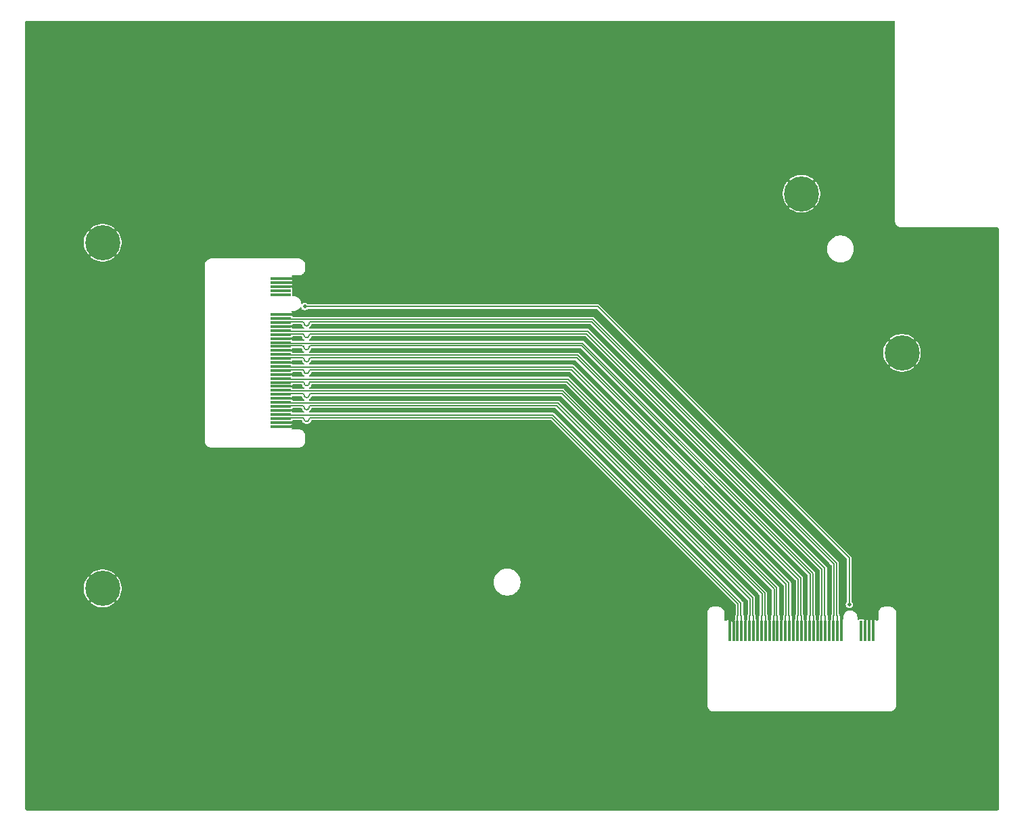
<source format=gbr>
%TF.GenerationSoftware,KiCad,Pcbnew,9.0.0*%
%TF.CreationDate,2025-04-28T22:52:52-04:00*%
%TF.ProjectId,Interposer_Board_IOCrest,496e7465-7270-46f7-9365-725f426f6172,rev?*%
%TF.SameCoordinates,Original*%
%TF.FileFunction,Copper,L1,Top*%
%TF.FilePolarity,Positive*%
%FSLAX46Y46*%
G04 Gerber Fmt 4.6, Leading zero omitted, Abs format (unit mm)*
G04 Created by KiCad (PCBNEW 9.0.0) date 2025-04-28 22:52:52*
%MOMM*%
%LPD*%
G01*
G04 APERTURE LIST*
%TA.AperFunction,SMDPad,CuDef*%
%ADD10R,2.500000X0.350000*%
%TD*%
%TA.AperFunction,ComponentPad*%
%ADD11C,0.700000*%
%TD*%
%TA.AperFunction,ComponentPad*%
%ADD12C,4.400000*%
%TD*%
%TA.AperFunction,SMDPad,CuDef*%
%ADD13R,0.350000X2.500000*%
%TD*%
%TA.AperFunction,ViaPad*%
%ADD14C,0.508000*%
%TD*%
%TA.AperFunction,Conductor*%
%ADD15C,0.188000*%
%TD*%
%TA.AperFunction,Conductor*%
%ADD16C,0.152400*%
%TD*%
G04 APERTURE END LIST*
D10*
%TO.P,J1,1,1*%
%TO.N,GND*%
X102083600Y-71478600D03*
%TO.P,J1,3,3*%
X102083600Y-70978600D03*
%TO.P,J1,5,5*%
%TO.N,/TX3_N*%
X102083600Y-70478600D03*
%TO.P,J1,7,7*%
%TO.N,/TX3_P*%
X102083600Y-69978600D03*
%TO.P,J1,9,9*%
%TO.N,GND*%
X102083600Y-69478600D03*
%TO.P,J1,11,11*%
%TO.N,/RX3_N*%
X102083600Y-68978600D03*
%TO.P,J1,13,13*%
%TO.N,/RX3_P*%
X102083600Y-68478600D03*
%TO.P,J1,15,15*%
%TO.N,GND*%
X102083600Y-67978600D03*
%TO.P,J1,17,17*%
%TO.N,/TX2_N*%
X102083600Y-67478600D03*
%TO.P,J1,19,19*%
%TO.N,/TX2_P*%
X102083600Y-66978600D03*
%TO.P,J1,21,21*%
%TO.N,GND*%
X102083600Y-66478600D03*
%TO.P,J1,23,23*%
%TO.N,/RX2_N*%
X102083600Y-65978600D03*
%TO.P,J1,25,25*%
%TO.N,/RX2_P*%
X102083600Y-65478600D03*
%TO.P,J1,27,27*%
%TO.N,GND*%
X102083600Y-64978600D03*
%TO.P,J1,29,29*%
%TO.N,/TX1_N*%
X102083600Y-64478600D03*
%TO.P,J1,31,31*%
%TO.N,/TX1_P*%
X102083600Y-63978600D03*
%TO.P,J1,33,33*%
%TO.N,GND*%
X102083600Y-63478600D03*
%TO.P,J1,35,35*%
%TO.N,/RX1_N*%
X102083600Y-62978600D03*
%TO.P,J1,37,37*%
%TO.N,/RX1_P*%
X102083600Y-62478600D03*
%TO.P,J1,39,39*%
%TO.N,GND*%
X102083600Y-61978600D03*
%TO.P,J1,41,41*%
%TO.N,/TX0_N*%
X102083600Y-61478600D03*
%TO.P,J1,43,43*%
%TO.N,/TX0_P*%
X102083600Y-60978600D03*
%TO.P,J1,45,45*%
%TO.N,GND*%
X102083600Y-60478600D03*
%TO.P,J1,47,47*%
%TO.N,/RX0_N*%
X102083600Y-59978600D03*
%TO.P,J1,49,49*%
%TO.N,/RX0_P*%
X102083600Y-59478600D03*
%TO.P,J1,51,51*%
%TO.N,GND*%
X102083600Y-58978600D03*
%TO.P,J1,53,53*%
%TO.N,/REFCLK_N*%
X102083600Y-58478600D03*
%TO.P,J1,55,55*%
%TO.N,/REFCLK_P*%
X102083600Y-57978600D03*
%TO.P,J1,57,57*%
%TO.N,GND*%
X102083600Y-57478600D03*
%TO.P,J1,67,67*%
%TO.N,unconnected-(J1-Pad67)*%
X102083600Y-54978600D03*
%TO.P,J1,69,69*%
%TO.N,unconnected-(J1-Pad69)*%
X102083600Y-54478600D03*
%TO.P,J1,71,71*%
%TO.N,GND*%
X102083600Y-53978600D03*
%TO.P,J1,73,73*%
X102083600Y-53478600D03*
%TO.P,J1,75,75*%
X102083600Y-52978600D03*
%TD*%
D11*
%TO.P,H2,1,1*%
%TO.N,GND*%
X165601100Y-42353600D03*
X166084374Y-41186874D03*
X166084374Y-43520326D03*
X167251100Y-40703600D03*
D12*
X167251100Y-42353600D03*
D11*
X167251100Y-44003600D03*
X168417826Y-41186874D03*
X168417826Y-43520326D03*
X168901100Y-42353600D03*
%TD*%
%TO.P,H4,1,1*%
%TO.N,GND*%
X78126100Y-91778600D03*
X78609374Y-90611874D03*
X78609374Y-92945326D03*
X79776100Y-90128600D03*
D12*
X79776100Y-91778600D03*
D11*
X79776100Y-93428600D03*
X80942826Y-90611874D03*
X80942826Y-92945326D03*
X81426100Y-91778600D03*
%TD*%
%TO.P,H1,1,1*%
%TO.N,GND*%
X178196100Y-62278600D03*
X178679374Y-61111874D03*
X178679374Y-63445326D03*
X179846100Y-60628600D03*
D12*
X179846100Y-62278600D03*
D11*
X179846100Y-63928600D03*
X181012826Y-61111874D03*
X181012826Y-63445326D03*
X181496100Y-62278600D03*
%TD*%
%TO.P,H3,1,1*%
%TO.N,GND*%
X78126100Y-48478600D03*
X78609374Y-47311874D03*
X78609374Y-49645326D03*
X79776100Y-46828600D03*
D12*
X79776100Y-48478600D03*
D11*
X79776100Y-50128600D03*
X80942826Y-47311874D03*
X80942826Y-49645326D03*
X81426100Y-48478600D03*
%TD*%
D13*
%TO.P,J2,2,2*%
%TO.N,GND*%
X158251100Y-97103600D03*
%TO.P,J2,4,4*%
X158751100Y-97103600D03*
%TO.P,J2,6,6*%
%TO.N,/TX3_N*%
X159251100Y-97103600D03*
%TO.P,J2,8,8*%
%TO.N,/TX3_P*%
X159751100Y-97103600D03*
%TO.P,J2,10,10*%
%TO.N,GND*%
X160251100Y-97103600D03*
%TO.P,J2,12,12*%
%TO.N,/RX3_N*%
X160751100Y-97103600D03*
%TO.P,J2,14,14*%
%TO.N,/RX3_P*%
X161251100Y-97103600D03*
%TO.P,J2,16,16*%
%TO.N,GND*%
X161751100Y-97103600D03*
%TO.P,J2,18,18*%
%TO.N,/TX2_N*%
X162251100Y-97103600D03*
%TO.P,J2,20,20*%
%TO.N,/TX2_P*%
X162751100Y-97103600D03*
%TO.P,J2,22,22*%
%TO.N,GND*%
X163251100Y-97103600D03*
%TO.P,J2,24,24*%
%TO.N,/RX2_N*%
X163751100Y-97103600D03*
%TO.P,J2,26,26*%
%TO.N,/RX2_P*%
X164251100Y-97103600D03*
%TO.P,J2,28,28*%
%TO.N,GND*%
X164751100Y-97103600D03*
%TO.P,J2,30,30*%
%TO.N,/TX1_N*%
X165251100Y-97103600D03*
%TO.P,J2,32,32*%
%TO.N,/TX1_P*%
X165751100Y-97103600D03*
%TO.P,J2,34,34*%
%TO.N,GND*%
X166251100Y-97103600D03*
%TO.P,J2,36,36*%
%TO.N,/RX1_N*%
X166751100Y-97103600D03*
%TO.P,J2,38,38*%
%TO.N,/RX1_P*%
X167251100Y-97103600D03*
%TO.P,J2,40,40*%
%TO.N,GND*%
X167751100Y-97103600D03*
%TO.P,J2,42,42*%
%TO.N,/TX0_N*%
X168251100Y-97103600D03*
%TO.P,J2,44,44*%
%TO.N,/TX0_P*%
X168751100Y-97103600D03*
%TO.P,J2,46,46*%
%TO.N,GND*%
X169251100Y-97103600D03*
%TO.P,J2,48,48*%
%TO.N,/RX0_N*%
X169751100Y-97103600D03*
%TO.P,J2,50,50*%
%TO.N,/RX0_P*%
X170251100Y-97103600D03*
%TO.P,J2,52,52*%
%TO.N,GND*%
X170751100Y-97103600D03*
%TO.P,J2,54,54*%
%TO.N,/REFCLK_N*%
X171251100Y-97103600D03*
%TO.P,J2,56,56*%
%TO.N,/REFCLK_P*%
X171751100Y-97103600D03*
%TO.P,J2,58,58*%
%TO.N,GND*%
X172251100Y-97103600D03*
%TO.P,J2,68,68*%
%TO.N,unconnected-(J2-Pad68)*%
X174751100Y-97103600D03*
%TO.P,J2,70,70*%
%TO.N,GND*%
X175251100Y-97103600D03*
%TO.P,J2,72,72*%
X175751100Y-97103600D03*
%TO.P,J2,74,74*%
X176251100Y-97103600D03*
%TD*%
D14*
%TO.N,GND*%
X105776100Y-41878600D03*
X85776100Y-22128600D03*
X155776100Y-51878600D03*
X112026100Y-22128600D03*
X169246100Y-89668600D03*
X165776100Y-76878600D03*
X95776100Y-46878600D03*
X179526100Y-118878600D03*
X165776100Y-51878600D03*
X138280100Y-73502600D03*
X148066100Y-68428600D03*
X123191100Y-64983600D03*
X170966100Y-87088600D03*
X70776100Y-26378600D03*
X103276100Y-49378600D03*
X155296100Y-73518600D03*
X164628100Y-89240600D03*
X189361886Y-46964386D03*
X150776100Y-51878600D03*
X108276100Y-49378600D03*
X128276100Y-84378600D03*
X111191100Y-64983600D03*
X129191100Y-58983600D03*
X123276100Y-118878600D03*
X106641100Y-58983600D03*
X85776100Y-81878600D03*
X93276100Y-114378600D03*
X159138100Y-81620600D03*
X162776100Y-21378600D03*
X104526100Y-118878600D03*
X70776100Y-32378600D03*
X173276100Y-84378600D03*
X109191100Y-70983600D03*
X83276100Y-114378600D03*
X106641100Y-63483600D03*
X103276100Y-89378600D03*
X115776100Y-101878600D03*
X73276100Y-109378600D03*
X165194100Y-83416600D03*
X90776100Y-96878600D03*
X188276100Y-79378600D03*
X153276100Y-39378600D03*
X80776100Y-106878600D03*
X149756100Y-65878600D03*
X143276100Y-109378600D03*
X168276100Y-114378600D03*
X103276100Y-84378600D03*
X100776100Y-101878600D03*
X180776100Y-66878600D03*
X117191100Y-66483600D03*
X156310100Y-78792600D03*
X117191100Y-70983600D03*
X146974100Y-80076600D03*
X98276100Y-114378600D03*
X113191100Y-61983600D03*
X70776100Y-46378600D03*
X111191100Y-61983600D03*
X188276100Y-69378600D03*
X166526100Y-21378600D03*
X152956100Y-81798600D03*
X88276100Y-109378600D03*
X178276100Y-59378600D03*
X125191100Y-63483600D03*
X73276100Y-104378600D03*
X103276100Y-44378600D03*
X88276100Y-54378600D03*
X151526100Y-21378600D03*
X119191100Y-58983600D03*
X135191100Y-61983600D03*
X103276100Y-79378600D03*
X149640100Y-67862600D03*
X190776100Y-116378600D03*
X103276100Y-114378600D03*
X87776100Y-21378600D03*
X121191100Y-67983600D03*
X83276100Y-74378600D03*
X147084100Y-78046600D03*
X95276100Y-118128600D03*
X70776100Y-66378600D03*
X115776100Y-96878600D03*
X95776100Y-81878600D03*
X135776100Y-41878600D03*
X180776100Y-116378600D03*
X90776100Y-51878600D03*
X110776100Y-86878600D03*
X163276100Y-69378600D03*
X110776100Y-41878600D03*
X104091100Y-67983600D03*
X125191100Y-69483600D03*
X187361885Y-46964386D03*
X155776100Y-31878600D03*
X163896100Y-80018600D03*
X157418100Y-84140600D03*
X123191100Y-67983600D03*
X190776100Y-74378600D03*
X125776100Y-76878600D03*
X148276100Y-44378600D03*
X175776100Y-86878600D03*
X139191100Y-61983600D03*
X145514100Y-61636600D03*
X142522100Y-77744600D03*
X110776100Y-101878600D03*
X153276100Y-99378600D03*
X123276100Y-39378600D03*
X85776100Y-61878600D03*
X115776100Y-111878600D03*
X119191100Y-57483600D03*
X190776100Y-104378600D03*
X140776100Y-41878600D03*
X70776100Y-54378600D03*
X151542100Y-80384600D03*
X125776100Y-116378600D03*
X95776100Y-106878600D03*
X133276100Y-74378600D03*
X73276100Y-69378600D03*
X139036100Y-65758600D03*
X103276100Y-39378600D03*
X144998100Y-67480600D03*
X160026100Y-88868600D03*
X143276100Y-94378600D03*
X141644100Y-70486600D03*
X130776100Y-86878600D03*
X88276100Y-99378600D03*
X153276100Y-24378600D03*
X113276100Y-54378600D03*
X139191100Y-57483600D03*
X139694100Y-74916600D03*
X170276100Y-118128600D03*
X119526100Y-22128600D03*
X160776100Y-46878600D03*
X151326100Y-82288600D03*
X158276100Y-114378600D03*
X70776100Y-106378600D03*
X118276100Y-44378600D03*
X129191100Y-61983600D03*
X159810100Y-90772600D03*
X148276100Y-104378600D03*
X88276100Y-94378600D03*
X95776100Y-111878600D03*
X142732100Y-75834600D03*
X133276100Y-34378600D03*
X109191100Y-64983600D03*
X175776100Y-76878600D03*
X113276100Y-49378600D03*
X106641100Y-70983600D03*
X188276100Y-114378600D03*
X133191100Y-60483600D03*
X70776100Y-48378600D03*
X150488100Y-75100600D03*
X80776100Y-86878600D03*
X70776100Y-72378600D03*
X185776100Y-86878600D03*
X169246100Y-93428600D03*
X145350100Y-80572600D03*
X70776100Y-30378600D03*
X113191100Y-67983600D03*
X129191100Y-70983600D03*
X138276100Y-22128600D03*
X117191100Y-69483600D03*
X70776100Y-98378600D03*
X113276100Y-79378600D03*
X145776100Y-86878600D03*
X138276100Y-54378600D03*
X144026100Y-118128600D03*
X145776100Y-96878600D03*
X129191100Y-67983600D03*
X70776100Y-78378600D03*
X72526100Y-21378600D03*
X158276100Y-49378600D03*
X190776100Y-58378600D03*
X93276100Y-94378600D03*
X183276100Y-84378600D03*
X150776100Y-116378600D03*
X154044100Y-87146600D03*
X168276100Y-24378600D03*
X120776100Y-46878600D03*
X106641100Y-60483600D03*
X74526100Y-118878600D03*
X85776100Y-66878600D03*
X70776100Y-34378600D03*
X111191100Y-66483600D03*
X165776100Y-66878600D03*
X153882100Y-72104600D03*
X104091100Y-64983600D03*
X133276100Y-84378600D03*
X85776100Y-96878600D03*
X138276100Y-118878600D03*
X123276100Y-104378600D03*
X157724100Y-80206600D03*
X178276100Y-41378600D03*
X118276100Y-114378600D03*
X145776100Y-91878600D03*
X138276100Y-29378600D03*
X190776100Y-100378600D03*
X159378100Y-79740600D03*
X129191100Y-66483600D03*
X145398100Y-63620600D03*
X109191100Y-61983600D03*
X145776100Y-56878600D03*
X140776100Y-101878600D03*
X153316100Y-77928600D03*
X143276100Y-29378600D03*
X133276100Y-104378600D03*
X115776100Y-91878600D03*
X147826100Y-70308600D03*
X163276100Y-29378600D03*
X150776100Y-46878600D03*
X180776100Y-56878600D03*
X78276100Y-84378600D03*
X155276100Y-21378600D03*
X148276100Y-114378600D03*
X168276100Y-74378600D03*
X109191100Y-58983600D03*
X137186100Y-68148600D03*
X75776100Y-91878600D03*
X110776100Y-116378600D03*
X83276100Y-79378600D03*
X135191100Y-66483600D03*
X168276100Y-59378600D03*
X118276100Y-84378600D03*
X111191100Y-63483600D03*
X100776100Y-106878600D03*
X183276100Y-118878600D03*
X159026100Y-21378600D03*
X188276100Y-109378600D03*
X153276100Y-29378600D03*
X117191100Y-67983600D03*
X168276100Y-22128600D03*
X108276100Y-79378600D03*
X163276100Y-39378600D03*
X162366100Y-80588600D03*
X115191100Y-61983600D03*
X151006100Y-86228600D03*
X104091100Y-61983600D03*
X113191100Y-64983600D03*
X190776100Y-60378600D03*
X83276100Y-64378600D03*
X113276100Y-99378600D03*
X154730100Y-79342600D03*
X138276100Y-84378600D03*
X133191100Y-67983600D03*
X145886100Y-74728600D03*
X85776100Y-91878600D03*
X173276100Y-74378600D03*
X84026100Y-118128600D03*
X153834100Y-89056600D03*
X108276100Y-99378600D03*
X160776100Y-118878600D03*
X88276100Y-74378600D03*
X160776100Y-71878600D03*
X188276100Y-49378600D03*
X178276100Y-49378600D03*
X70776100Y-44378600D03*
X127191100Y-61983600D03*
X104091100Y-58983600D03*
X163276100Y-34378600D03*
X100776100Y-118878600D03*
X83276100Y-104378600D03*
X185776100Y-51878600D03*
X144472100Y-73314600D03*
X151054100Y-69276600D03*
X159026100Y-118128600D03*
X140776100Y-86878600D03*
X80776100Y-96878600D03*
X131191100Y-70983600D03*
X93276100Y-24378600D03*
X183276100Y-64378600D03*
X144692100Y-71414600D03*
X127191100Y-70983600D03*
X98276100Y-49378600D03*
X166246100Y-94728600D03*
X160776100Y-22128600D03*
X90776100Y-56878600D03*
X158612100Y-87454600D03*
X130776100Y-81878600D03*
X88276100Y-114378600D03*
X113276100Y-39378600D03*
X113191100Y-70983600D03*
X118276100Y-74378600D03*
X146928100Y-63050600D03*
X118276100Y-89378600D03*
X73276100Y-44378600D03*
X190776100Y-54378600D03*
X125191100Y-60483600D03*
X150348100Y-77070600D03*
X73276100Y-89378600D03*
X190776100Y-86378600D03*
X143276100Y-54378600D03*
X139191100Y-58983600D03*
X113276100Y-94378600D03*
X140776100Y-106878600D03*
X190776100Y-114378600D03*
X129191100Y-63483600D03*
X120776100Y-86878600D03*
X100776100Y-76878600D03*
X138276100Y-99378600D03*
X190776100Y-88378600D03*
X99026100Y-118128600D03*
X157198100Y-86040600D03*
X128276100Y-39378600D03*
X80776100Y-76878600D03*
X145776100Y-41878600D03*
X140996100Y-61358600D03*
X113276100Y-74378600D03*
X155776100Y-46878600D03*
X99026100Y-21378600D03*
X158746100Y-94728600D03*
X115191100Y-58983600D03*
X98276100Y-89378600D03*
X190776100Y-66378600D03*
X175776100Y-81878600D03*
X180776100Y-71878600D03*
X90776100Y-101878600D03*
X156710100Y-74932600D03*
X155776100Y-61878600D03*
X108276100Y-74378600D03*
X76526100Y-118128600D03*
X165776100Y-31878600D03*
X119526100Y-118878600D03*
X158276100Y-59378600D03*
X109191100Y-57483600D03*
X150776100Y-101878600D03*
X149074100Y-73686600D03*
X149912100Y-80874600D03*
X158276100Y-64378600D03*
X75776100Y-71878600D03*
X174026100Y-118128600D03*
X141864100Y-68586600D03*
X103276100Y-24378600D03*
X170776100Y-36878600D03*
X189026100Y-118128600D03*
X161440100Y-90282600D03*
X70776100Y-116378600D03*
X123276100Y-34378600D03*
X185776100Y-111878600D03*
X157026100Y-118878600D03*
X100776100Y-91878600D03*
X173276100Y-34378600D03*
X161756100Y-93428600D03*
X70776100Y-56378600D03*
X133276100Y-79378600D03*
X110776100Y-106878600D03*
X188276100Y-74378600D03*
X154370100Y-83212600D03*
X113276100Y-44378600D03*
X70776100Y-92378600D03*
X98276100Y-44378600D03*
X138816100Y-67658600D03*
X110776100Y-51878600D03*
X108276100Y-94378600D03*
X93276100Y-79378600D03*
X70776100Y-114378600D03*
X106641100Y-67983600D03*
X188276100Y-89378600D03*
X108276100Y-109378600D03*
X142026100Y-22128600D03*
X156982100Y-87944600D03*
X163276100Y-74378600D03*
X146812100Y-65034600D03*
X190776100Y-80378600D03*
X153276100Y-94378600D03*
X108276100Y-89378600D03*
X135191100Y-67983600D03*
X180776100Y-81878600D03*
X135776100Y-86878600D03*
X125191100Y-66483600D03*
X93276100Y-74428600D03*
X178276100Y-54378600D03*
X149526100Y-118878600D03*
X170776100Y-111878600D03*
X113191100Y-69483600D03*
X148276100Y-89378600D03*
X143058100Y-71900600D03*
X162482100Y-78604600D03*
X144026100Y-21378600D03*
X103276100Y-99378600D03*
X149480100Y-69842600D03*
X73276100Y-64378600D03*
X127191100Y-64983600D03*
X160776100Y-116378600D03*
X102776100Y-118128600D03*
X141108100Y-76330600D03*
X170756100Y-91158601D03*
X188276100Y-84378600D03*
X83276100Y-84378600D03*
X178276100Y-45378600D03*
X123191100Y-66483600D03*
X140776100Y-96878600D03*
X141428100Y-72390600D03*
X118276100Y-39378600D03*
X70776100Y-110378600D03*
X150776100Y-91878600D03*
X83276100Y-24378600D03*
X175776100Y-31878600D03*
X178276100Y-74378600D03*
X106641100Y-66483600D03*
X173276100Y-24378600D03*
X125191100Y-58983600D03*
X78276100Y-22128600D03*
X76526100Y-21378600D03*
X85776100Y-101878600D03*
X138276100Y-114378600D03*
X175776100Y-22128600D03*
X164746100Y-93198600D03*
X185776100Y-71878600D03*
X156144100Y-80756600D03*
X158286100Y-91388600D03*
X178276100Y-89378600D03*
X158276100Y-44378600D03*
X158124100Y-76346600D03*
X100776100Y-116378600D03*
X148498100Y-79460600D03*
X190776100Y-90378600D03*
X144256100Y-75218600D03*
X170776100Y-41878600D03*
X190776100Y-64378600D03*
X123276100Y-84378600D03*
X145776100Y-118878600D03*
X73276100Y-94378600D03*
X125776100Y-96878600D03*
X70776100Y-74378600D03*
X168276100Y-29378600D03*
X147660100Y-72272600D03*
X166608100Y-84830600D03*
X146652100Y-67014600D03*
X168276100Y-34378600D03*
X168276100Y-79378600D03*
X120776100Y-41878600D03*
X93276100Y-22128600D03*
X170776100Y-56878600D03*
X158832100Y-85554600D03*
X157558100Y-82170600D03*
X130776100Y-51878600D03*
X105776100Y-86878600D03*
X158276100Y-34378600D03*
X141156100Y-59378600D03*
X115191100Y-57483600D03*
X119191100Y-69483600D03*
X160246100Y-94728600D03*
X95776100Y-86878600D03*
X129191100Y-57483600D03*
X127191100Y-67983600D03*
X141318100Y-74420600D03*
X133191100Y-69483600D03*
X185776100Y-56878600D03*
X83276100Y-69378600D03*
X160552100Y-83034600D03*
X110776100Y-96878600D03*
X148714100Y-77556600D03*
X157026100Y-22128600D03*
X180776100Y-96878600D03*
X128276100Y-49378600D03*
X115191100Y-67983600D03*
X155776100Y-66878600D03*
X131191100Y-58983600D03*
X70776100Y-104378600D03*
X187026100Y-118878600D03*
X90776100Y-46878600D03*
X149802100Y-82904600D03*
X140776100Y-81878600D03*
X153276100Y-49378600D03*
X158276100Y-39378600D03*
X160776100Y-41878600D03*
X142170100Y-64652600D03*
X90776100Y-91878600D03*
X148276100Y-29378600D03*
X109191100Y-66483600D03*
X70776100Y-70378600D03*
X190776100Y-112378600D03*
X143984100Y-62206600D03*
X125776100Y-106878600D03*
X113191100Y-63483600D03*
X135776100Y-91878600D03*
X110776100Y-91878600D03*
X73276100Y-99378600D03*
X78276100Y-24378600D03*
X161966100Y-84448600D03*
X143276100Y-39378600D03*
X136526100Y-118128600D03*
X70776100Y-100378600D03*
X117191100Y-60483600D03*
X135191100Y-63483600D03*
X70776100Y-84378600D03*
X148276100Y-99378600D03*
X170276100Y-21378600D03*
X90776100Y-66878600D03*
X170776100Y-71878600D03*
X75776100Y-101878600D03*
X133276100Y-109378600D03*
X73276100Y-74378600D03*
X70776100Y-102378600D03*
X185361886Y-46964386D03*
X166448100Y-86810600D03*
X123276100Y-79378600D03*
X133276100Y-99378600D03*
X143584100Y-66066600D03*
X168022100Y-86244600D03*
X161660100Y-88382600D03*
X123191100Y-58983600D03*
X146246100Y-70858600D03*
X180776100Y-51878600D03*
X133276100Y-54378600D03*
X183276100Y-99378600D03*
X127191100Y-60483600D03*
X110776100Y-111878600D03*
X160792100Y-81154600D03*
X143278100Y-70000600D03*
X170756100Y-93158602D03*
X125776100Y-81878600D03*
X118276100Y-99378600D03*
X70776100Y-88378600D03*
X109191100Y-60483600D03*
X78276100Y-64378600D03*
X98276100Y-104378600D03*
X150776100Y-56878600D03*
X110276100Y-21378600D03*
X148276100Y-39378600D03*
X175776100Y-41878600D03*
X169246100Y-91668601D03*
X131191100Y-66483600D03*
X120776100Y-81878600D03*
X175776100Y-111878600D03*
X163276100Y-109378600D03*
X85776100Y-111878600D03*
X70776100Y-36378600D03*
X93276100Y-89378600D03*
X160776100Y-61878600D03*
X70776100Y-68378600D03*
X123276100Y-54378600D03*
X158396100Y-89358600D03*
X190776100Y-50378600D03*
X133191100Y-63483600D03*
X115776100Y-41878600D03*
X140230100Y-69072600D03*
X118276100Y-49378600D03*
X153276100Y-59378600D03*
X123191100Y-70983600D03*
X127191100Y-69483600D03*
X70776100Y-86378600D03*
X93276100Y-99378600D03*
X75776100Y-111878600D03*
X142004100Y-66616600D03*
X148388100Y-81490600D03*
X74526100Y-22128600D03*
X111191100Y-57483600D03*
X152740100Y-83702600D03*
X170776100Y-66878600D03*
X82026100Y-22128600D03*
X185776100Y-91878600D03*
X144832100Y-69444600D03*
X172246100Y-88628600D03*
X163074100Y-89796600D03*
X148276100Y-94378600D03*
X190776100Y-106378600D03*
X80776100Y-116378600D03*
X150776100Y-106878600D03*
X145776100Y-111878600D03*
X133276100Y-29378600D03*
X121191100Y-70983600D03*
X90776100Y-76878600D03*
X166526100Y-118128600D03*
X98276100Y-24378600D03*
X135191100Y-58983600D03*
X70776100Y-96378600D03*
X110776100Y-81878600D03*
X119191100Y-67983600D03*
X175776100Y-116378600D03*
X162206100Y-82568600D03*
X185776100Y-81878600D03*
X131191100Y-63483600D03*
X139191100Y-60483600D03*
X178276100Y-23378600D03*
X88276100Y-64378600D03*
X138276100Y-104378600D03*
X173276100Y-114378600D03*
X158276100Y-29378600D03*
X125776100Y-51878600D03*
X151170100Y-67292600D03*
X130776100Y-116378600D03*
X168276100Y-118878600D03*
X151902100Y-76514600D03*
X162854100Y-91696600D03*
X138276100Y-44378600D03*
X158076100Y-93298600D03*
X70776100Y-94378600D03*
X70776100Y-80378600D03*
X137191100Y-60483600D03*
X170776100Y-51878600D03*
X70776100Y-42378600D03*
X135776100Y-101878600D03*
X154590100Y-81312600D03*
X135776100Y-96878600D03*
X180776100Y-106878600D03*
X175776100Y-118878600D03*
X150128100Y-78970600D03*
X111191100Y-58983600D03*
X150894100Y-71256600D03*
X185776100Y-76878600D03*
X138276100Y-24378600D03*
X112026100Y-118878600D03*
X142842100Y-73804600D03*
X190776100Y-62378600D03*
X165776100Y-116378600D03*
X73276100Y-79378600D03*
X100776100Y-41878600D03*
X78276100Y-74378600D03*
X80276100Y-118128600D03*
X185776100Y-101878600D03*
X128276100Y-99378600D03*
X128276100Y-114378600D03*
X168276100Y-54378600D03*
X117776100Y-118128600D03*
X85776100Y-116378600D03*
X183361885Y-46964386D03*
X156550100Y-76912600D03*
X120776100Y-91878600D03*
X143824100Y-64186600D03*
X91526100Y-21378600D03*
X80276100Y-21378600D03*
X138276100Y-109378600D03*
X164746100Y-94728600D03*
X83276100Y-109378600D03*
X143276100Y-89378600D03*
X106526100Y-118128600D03*
X113276100Y-114378600D03*
X153722100Y-74084600D03*
X120776100Y-116378600D03*
X140276100Y-21378600D03*
X190776100Y-108378600D03*
X117191100Y-57483600D03*
X98276100Y-94378600D03*
X125276100Y-21378600D03*
X91526100Y-118128600D03*
X75776100Y-61878600D03*
X188276100Y-59378600D03*
X160246100Y-86968600D03*
X70776100Y-28378600D03*
X158276100Y-24378600D03*
X178276100Y-39378600D03*
X173276100Y-44378600D03*
X115776100Y-51878600D03*
X140450100Y-67172600D03*
X120776100Y-96878600D03*
X115776100Y-81878600D03*
X93276100Y-44378600D03*
X175776100Y-51878600D03*
X75776100Y-96878600D03*
X121191100Y-64983600D03*
X100776100Y-86878600D03*
X178276100Y-27378600D03*
X85776100Y-56878600D03*
X133276100Y-89378600D03*
X88276100Y-79378600D03*
X78276100Y-79378600D03*
X83276100Y-94378600D03*
X150654100Y-73136600D03*
X179361885Y-46964386D03*
X163620100Y-83982600D03*
X165776100Y-61878600D03*
X121191100Y-60483600D03*
X165776100Y-111878600D03*
X148276100Y-109378600D03*
X123276100Y-99378600D03*
X111191100Y-69483600D03*
X90776100Y-81878600D03*
X125776100Y-111878600D03*
X153276100Y-44378600D03*
X75776100Y-66878600D03*
X111191100Y-67983600D03*
X147300100Y-76142600D03*
X136866100Y-72088600D03*
X118276100Y-94378600D03*
X113191100Y-58983600D03*
X190776100Y-84378600D03*
X102776100Y-21378600D03*
X149592100Y-84814600D03*
X175776100Y-26878600D03*
X103276100Y-109378600D03*
X175776100Y-36878600D03*
X156872100Y-89974600D03*
X190776100Y-82378600D03*
X85776100Y-118878600D03*
X181526100Y-118128600D03*
X83276100Y-44378600D03*
X138276100Y-34378600D03*
X123276100Y-22128600D03*
X185776100Y-96878600D03*
X70776100Y-38378600D03*
X114026100Y-21378600D03*
X78276100Y-114378600D03*
X73276100Y-39378600D03*
X153276100Y-109378600D03*
X115776100Y-22128600D03*
X93276100Y-109378600D03*
X168276100Y-49378600D03*
X133276100Y-49378600D03*
X190776100Y-70378600D03*
X165034100Y-85396600D03*
X140276100Y-118128600D03*
X133276100Y-114378600D03*
X161800100Y-86412600D03*
X166246100Y-92648600D03*
X166208100Y-88690600D03*
X138276100Y-39378600D03*
X152420100Y-87642600D03*
X143276100Y-99378600D03*
X150776100Y-96878600D03*
X73276100Y-59378600D03*
X155776100Y-41878600D03*
X98276100Y-99378600D03*
X145776100Y-22128600D03*
X90776100Y-41878600D03*
X172246100Y-92628602D03*
X190776100Y-102378600D03*
X135191100Y-60483600D03*
X119191100Y-66483600D03*
X173276100Y-109378600D03*
X163276100Y-44378600D03*
X114026100Y-118128600D03*
X133276100Y-24378600D03*
X160776100Y-56878600D03*
X115191100Y-69483600D03*
X178276100Y-79378600D03*
X190776100Y-94378600D03*
X155276100Y-118128600D03*
X168276100Y-64378600D03*
X145670100Y-76632600D03*
X105776100Y-96878600D03*
X133191100Y-64983600D03*
X70776100Y-58378600D03*
X143276100Y-34378600D03*
X135191100Y-64983600D03*
X163276100Y-49378600D03*
X140590100Y-65202600D03*
X163246100Y-94728600D03*
X137191100Y-58983600D03*
X105776100Y-76878600D03*
X143276100Y-49378600D03*
X190776100Y-48378600D03*
X133191100Y-66483600D03*
X104091100Y-70983600D03*
X134526100Y-22128600D03*
X170776100Y-46878600D03*
X150776100Y-41878600D03*
X169246100Y-94728600D03*
X118276100Y-79378600D03*
X118276100Y-109378600D03*
X161224100Y-92186600D03*
X128276100Y-54378600D03*
X150776100Y-31878600D03*
X190776100Y-72378600D03*
X140776100Y-46878600D03*
X145560100Y-78662600D03*
X167862100Y-88224600D03*
X143276100Y-44378600D03*
X162776100Y-118128600D03*
X125191100Y-57483600D03*
X168138100Y-84260600D03*
X133276100Y-39378600D03*
X133191100Y-58983600D03*
X131191100Y-64983600D03*
X159700100Y-92802600D03*
X185776100Y-66878600D03*
X115191100Y-63483600D03*
X115776100Y-76878600D03*
X178276100Y-37378600D03*
X148276100Y-34378600D03*
X137191100Y-66483600D03*
X83276100Y-49378600D03*
X148178100Y-83400600D03*
X163276100Y-24378600D03*
X75776100Y-81878600D03*
X157964100Y-78326600D03*
X90776100Y-111878600D03*
X148934100Y-75656600D03*
X115776100Y-46878600D03*
X190776100Y-96378600D03*
X133191100Y-70983600D03*
X80776100Y-71878600D03*
X104091100Y-66483600D03*
X146106100Y-72828600D03*
X98276100Y-109378600D03*
X137191100Y-63483600D03*
X80776100Y-111878600D03*
X158972100Y-83584600D03*
X160776100Y-66878600D03*
X70776100Y-64378600D03*
X170776100Y-61878600D03*
X85776100Y-51878600D03*
X135776100Y-76878600D03*
X130776100Y-111878600D03*
X98276100Y-84378600D03*
X117191100Y-61983600D03*
X90776100Y-106878600D03*
X75776100Y-86878600D03*
X105776100Y-51878600D03*
X154154100Y-85116600D03*
X125191100Y-70983600D03*
X117191100Y-63483600D03*
X143276100Y-104378600D03*
X155412100Y-71534600D03*
X190776100Y-68378600D03*
X78276100Y-109378600D03*
X170776100Y-31878600D03*
X121191100Y-57483600D03*
X113276100Y-84378600D03*
X128276100Y-89378600D03*
X144146100Y-77248600D03*
X170776100Y-116378600D03*
X117776100Y-21378600D03*
X85776100Y-106878600D03*
X119191100Y-60483600D03*
X149526100Y-22128600D03*
X151216100Y-84318600D03*
X148276100Y-24378600D03*
X142570100Y-60792600D03*
X118276100Y-104378600D03*
X83276100Y-99378600D03*
X90776100Y-86878600D03*
X118276100Y-54378600D03*
X123276100Y-49378600D03*
X147776100Y-21378600D03*
X103276100Y-104378600D03*
X158276100Y-54378600D03*
X136526100Y-21378600D03*
X113276100Y-89378600D03*
X104091100Y-60483600D03*
X178276100Y-35378600D03*
X111191100Y-70983600D03*
X95776100Y-116378600D03*
X135776100Y-116378600D03*
X128276100Y-44378600D03*
X88276100Y-59378600D03*
X127026100Y-118878600D03*
X121191100Y-66483600D03*
X178276100Y-109378600D03*
X139176100Y-63788600D03*
X125776100Y-91878600D03*
X140776100Y-91878600D03*
X134526100Y-118878600D03*
X103276100Y-94378600D03*
X180776100Y-91878600D03*
X183276100Y-59378600D03*
X139904100Y-73006600D03*
X174026100Y-21378600D03*
X121191100Y-63483600D03*
X180776100Y-111878600D03*
X153276100Y-54378600D03*
X78276100Y-104378600D03*
X151526100Y-118128600D03*
X127191100Y-66483600D03*
X178276100Y-25378600D03*
X90776100Y-71878600D03*
X170756100Y-89158600D03*
X170776100Y-76878600D03*
X173276100Y-69378600D03*
X115776100Y-86878600D03*
X133191100Y-57483600D03*
X167746100Y-93428600D03*
X70776100Y-60378600D03*
X78276100Y-69378600D03*
X142686100Y-58808600D03*
X121526100Y-21378600D03*
X93276100Y-104378600D03*
X123276100Y-44378600D03*
X168276100Y-69378600D03*
X175776100Y-46878600D03*
X178276100Y-43378600D03*
X85776100Y-86878600D03*
X108276100Y-39378600D03*
X120776100Y-51878600D03*
X108276100Y-104378600D03*
X127191100Y-58983600D03*
X185776100Y-116378600D03*
X78276100Y-59378600D03*
X73276100Y-24378600D03*
X123276100Y-74378600D03*
X160952100Y-79174600D03*
X180776100Y-86878600D03*
X83276100Y-59378600D03*
X130776100Y-41878600D03*
X170756100Y-94728600D03*
X123191100Y-69483600D03*
X97026100Y-118878600D03*
X113191100Y-57483600D03*
X130776100Y-22128600D03*
X95776100Y-41878600D03*
X108276100Y-118878600D03*
X143418100Y-68030600D03*
X135191100Y-69483600D03*
X135776100Y-46878600D03*
X163276100Y-59378600D03*
X143936100Y-79158600D03*
X129026100Y-21378600D03*
X105776100Y-81878600D03*
X113276100Y-109378600D03*
X173276100Y-59378600D03*
X130776100Y-96878600D03*
X143276100Y-114378600D03*
X129191100Y-60483600D03*
X172026100Y-22128600D03*
X88276100Y-44378600D03*
X178276100Y-31378600D03*
X115191100Y-70983600D03*
X83276100Y-89378600D03*
X105776100Y-46878600D03*
X133191100Y-61983600D03*
X110276100Y-118128600D03*
X152630100Y-85732600D03*
X123191100Y-61983600D03*
X165776100Y-26878600D03*
X183276100Y-109378600D03*
X106641100Y-61983600D03*
X73276100Y-34378600D03*
X131191100Y-61983600D03*
X183276100Y-74378600D03*
X82026100Y-118878600D03*
X131191100Y-60483600D03*
X163276100Y-54378600D03*
X145776100Y-51878600D03*
X183276100Y-89378600D03*
X183276100Y-104378600D03*
X172246100Y-94728600D03*
X135191100Y-70983600D03*
X113191100Y-66483600D03*
X147776100Y-118128600D03*
X109191100Y-63483600D03*
X80776100Y-56878600D03*
X70776100Y-52378600D03*
X123276100Y-89378600D03*
X123276100Y-109378600D03*
X165310100Y-81432600D03*
X140776100Y-111878600D03*
X88276100Y-24378600D03*
X175776100Y-91878600D03*
X105776100Y-116378600D03*
X164526100Y-118878600D03*
X130776100Y-46878600D03*
X135776100Y-51878600D03*
X158240100Y-74362600D03*
X155776100Y-111878600D03*
X121191100Y-69483600D03*
X152308100Y-72670600D03*
X183276100Y-69378600D03*
X173276100Y-39378600D03*
X80776100Y-66878600D03*
X109191100Y-69483600D03*
X121526100Y-118128600D03*
X178276100Y-69378600D03*
X173276100Y-54378600D03*
X175776100Y-66878600D03*
X98276100Y-74428600D03*
X155568100Y-86530600D03*
X166724100Y-82846600D03*
X130776100Y-118878600D03*
X177776100Y-21378600D03*
X155776100Y-116378600D03*
X113191100Y-60483600D03*
X160776100Y-51878600D03*
X141191100Y-57483600D03*
X155458100Y-88560600D03*
X140776100Y-51878600D03*
X129191100Y-69483600D03*
X158276100Y-69378600D03*
X160776100Y-111878600D03*
X95776100Y-101878600D03*
X105776100Y-111878600D03*
X85776100Y-71878600D03*
X73276100Y-114378600D03*
X140014100Y-70976600D03*
X104091100Y-69483600D03*
X140776100Y-31878600D03*
X153998100Y-70120600D03*
X119191100Y-64983600D03*
X98276100Y-79378600D03*
X88276100Y-84378600D03*
X177776100Y-118128600D03*
X98276100Y-39378600D03*
X138276100Y-49378600D03*
X183276100Y-79378600D03*
X103276100Y-74428600D03*
X104091100Y-63483600D03*
X190776100Y-56378600D03*
X93276100Y-118878600D03*
X131191100Y-57483600D03*
X170776100Y-26878600D03*
X115191100Y-60483600D03*
X135776100Y-31878600D03*
X142026100Y-118878600D03*
X78276100Y-99378600D03*
X90776100Y-116378600D03*
X125191100Y-64983600D03*
X131191100Y-67983600D03*
X100776100Y-81878600D03*
X149240100Y-71722600D03*
X128276100Y-74378600D03*
X129026100Y-118128600D03*
X104091100Y-57483600D03*
X125276100Y-118128600D03*
X115776100Y-118878600D03*
X85776100Y-76878600D03*
X127026100Y-22128600D03*
X159538100Y-77760600D03*
X167746100Y-94728600D03*
X125191100Y-67983600D03*
X70776100Y-62378600D03*
X169436100Y-87658600D03*
X125776100Y-41878600D03*
X90776100Y-61878600D03*
X163214100Y-87826600D03*
X80776100Y-81878600D03*
X161068100Y-77190600D03*
X145776100Y-31878600D03*
X163780100Y-82002600D03*
X117191100Y-58983600D03*
X137076100Y-70178600D03*
X135191100Y-57483600D03*
X130776100Y-101878600D03*
X105776100Y-101878600D03*
X123276100Y-114378600D03*
X130776100Y-106878600D03*
X138276100Y-79378600D03*
X153482100Y-75964600D03*
X106641100Y-69483600D03*
X95776100Y-76878600D03*
X113276100Y-104378600D03*
X80776100Y-61878600D03*
X120776100Y-111878600D03*
X70776100Y-118878600D03*
X118276100Y-24378600D03*
X154896100Y-77378600D03*
X150776100Y-111878600D03*
X188276100Y-99378600D03*
X153176100Y-79898600D03*
X115776100Y-116378600D03*
X95276100Y-21378600D03*
X138276100Y-89378600D03*
X178276100Y-33378600D03*
X108276100Y-22128600D03*
X190776100Y-52378600D03*
X137191100Y-57483600D03*
X128276100Y-79378600D03*
X133276100Y-44378600D03*
X120776100Y-76878600D03*
X123276100Y-94378600D03*
X138600100Y-69562600D03*
X164488100Y-91210600D03*
X123276100Y-24378600D03*
X143276100Y-84378600D03*
X88276100Y-104378600D03*
X108276100Y-44378600D03*
X85776100Y-46878600D03*
X138276100Y-94378600D03*
X155136100Y-75498600D03*
X190776100Y-118878600D03*
X100776100Y-96878600D03*
X113276100Y-24378600D03*
X185776100Y-61878600D03*
X70776100Y-22128600D03*
X137191100Y-64983600D03*
X78276100Y-44378600D03*
X164794100Y-87276600D03*
X175776100Y-56878600D03*
X135776100Y-81878600D03*
X175776100Y-71878600D03*
X115191100Y-66483600D03*
X127191100Y-57483600D03*
X128276100Y-24378600D03*
X153276100Y-34378600D03*
X123191100Y-60483600D03*
X153276100Y-64378600D03*
X185276100Y-118128600D03*
X153276100Y-114378600D03*
X73276100Y-54378600D03*
X163246100Y-93428600D03*
X168276100Y-109378600D03*
X148276100Y-49378600D03*
X100776100Y-22128600D03*
X155776100Y-56878600D03*
X85776100Y-41878600D03*
X128276100Y-104378600D03*
X188276100Y-94378600D03*
X137191100Y-61983600D03*
X146412100Y-68894600D03*
X72526100Y-118128600D03*
X185776100Y-106878600D03*
X183276100Y-114378600D03*
X153276100Y-22128600D03*
X73276100Y-49378600D03*
X163276100Y-64378600D03*
X155784100Y-84626600D03*
X128276100Y-94378600D03*
X106641100Y-57483600D03*
X110776100Y-76878600D03*
X160776100Y-31878600D03*
X178276100Y-114378600D03*
X88276100Y-69378600D03*
X190776100Y-98378600D03*
X183276100Y-94378600D03*
X130776100Y-76878600D03*
X121191100Y-58983600D03*
X165776100Y-71878600D03*
X188276100Y-64378600D03*
X172246100Y-90628601D03*
X181361886Y-46964386D03*
X80776100Y-101878600D03*
X105776100Y-106878600D03*
X159654100Y-75776600D03*
X145776100Y-106878600D03*
X135776100Y-111878600D03*
X75776100Y-76878600D03*
X172026100Y-118878600D03*
X148226100Y-66448600D03*
X115191100Y-64983600D03*
X170776100Y-81878600D03*
X108276100Y-24378600D03*
X93276100Y-49378600D03*
X166042100Y-90654600D03*
X117191100Y-64983600D03*
X163276100Y-114378600D03*
X180776100Y-101878600D03*
X108276100Y-84378600D03*
X121191100Y-61983600D03*
X75776100Y-56878600D03*
X125776100Y-46878600D03*
X153276100Y-118878600D03*
X88276100Y-49378600D03*
X70776100Y-82378600D03*
X132776100Y-118128600D03*
X160386100Y-84998600D03*
X73276100Y-29378600D03*
X80776100Y-51878600D03*
X180776100Y-76878600D03*
X142410100Y-62772600D03*
X93276100Y-84378600D03*
X105776100Y-91878600D03*
X190776100Y-76378600D03*
X163380100Y-85862600D03*
X148276100Y-59378600D03*
X160776100Y-26878600D03*
X78276100Y-54378600D03*
X127191100Y-63483600D03*
X120776100Y-101878600D03*
X156662100Y-91884600D03*
X133276100Y-94378600D03*
X148342100Y-64464600D03*
X89526100Y-22128600D03*
X128276100Y-34378600D03*
X111191100Y-60483600D03*
X190776100Y-92378600D03*
X84026100Y-21378600D03*
X108276100Y-114378600D03*
X100776100Y-111878600D03*
X106641100Y-64983600D03*
X152068100Y-74550600D03*
X145776100Y-101878600D03*
X167622100Y-90104600D03*
X109191100Y-67983600D03*
X119191100Y-70983600D03*
X151762100Y-78484600D03*
X75776100Y-46878600D03*
X125776100Y-86878600D03*
X167746100Y-92108600D03*
X183276100Y-54378600D03*
X70776100Y-112378600D03*
X150776100Y-61878600D03*
X165776100Y-56878600D03*
X161756100Y-94728600D03*
X156826100Y-72948600D03*
X178276100Y-84378600D03*
X89526100Y-118878600D03*
X145776100Y-116378600D03*
X100776100Y-46878600D03*
X153276100Y-104378600D03*
X119191100Y-61983600D03*
X175776100Y-61878600D03*
X173276100Y-29378600D03*
X95776100Y-96878600D03*
X140756100Y-63238600D03*
X190776100Y-110378600D03*
X128276100Y-109378600D03*
X148276100Y-54378600D03*
X164526100Y-22128600D03*
X188276100Y-54378600D03*
X125191100Y-61983600D03*
X93276100Y-39378600D03*
X70776100Y-40378600D03*
X108276100Y-54378600D03*
X146764100Y-81986600D03*
X123191100Y-63483600D03*
X129191100Y-64983600D03*
X70776100Y-90378600D03*
X165776100Y-46878600D03*
X173276100Y-64378600D03*
X78276100Y-118878600D03*
X106526100Y-21378600D03*
X132776100Y-21378600D03*
X95776100Y-91878600D03*
X87776100Y-118128600D03*
X115776100Y-106878600D03*
X145776100Y-46878600D03*
X144100100Y-60222600D03*
X104526100Y-22128600D03*
X120776100Y-106878600D03*
X183276100Y-49378600D03*
X75776100Y-116378600D03*
X169552100Y-85674600D03*
X190776100Y-78378600D03*
X147520100Y-74242600D03*
X70776100Y-24378600D03*
X158276100Y-109378600D03*
X110776100Y-46878600D03*
X152584100Y-68706600D03*
X119191100Y-63483600D03*
X188276100Y-104378600D03*
X75776100Y-106878600D03*
X140776100Y-116378600D03*
X135776100Y-106878600D03*
X88276100Y-89378600D03*
X123191100Y-57483600D03*
X70776100Y-108378600D03*
X70776100Y-76378600D03*
X75776100Y-51878600D03*
X125776100Y-101878600D03*
X152468100Y-70690600D03*
X70776100Y-50378600D03*
X178276100Y-29378600D03*
X73276100Y-84378600D03*
X155248100Y-90470600D03*
X143276100Y-24378600D03*
X145238100Y-65600600D03*
X138490100Y-71592600D03*
X173276100Y-79378600D03*
X156004100Y-82726600D03*
X83276100Y-54378600D03*
X97026100Y-22128600D03*
X131191100Y-69483600D03*
%TO.N,/PERST#*%
X105091100Y-56483600D03*
X173246100Y-93768600D03*
%TD*%
D15*
%TO.N,/RX1_P*%
X103244750Y-62564750D02*
X139243970Y-62564750D01*
X167251100Y-95228599D02*
X167251100Y-97103600D01*
X103158600Y-62478600D02*
X103244750Y-62564750D01*
X139243970Y-62564750D02*
X167164950Y-90485730D01*
X167164950Y-95142449D02*
X167251100Y-95228599D01*
X102083600Y-62478600D02*
X103158600Y-62478600D01*
X167164950Y-90485730D02*
X167164950Y-95142449D01*
%TO.N,/RX2_P*%
X103244750Y-65564750D02*
X138018970Y-65564750D01*
X164251100Y-95228599D02*
X164251100Y-97103600D01*
X103158600Y-65478600D02*
X103244750Y-65564750D01*
X164164950Y-91710730D02*
X164164950Y-95142449D01*
X138018970Y-65564750D02*
X164164950Y-91710730D01*
X102083600Y-65478600D02*
X103158600Y-65478600D01*
X164164950Y-95142449D02*
X164251100Y-95228599D01*
%TO.N,/RX0_N*%
X140358230Y-59892450D02*
X169837250Y-89371470D01*
X105250248Y-60368020D02*
X105374678Y-60368020D01*
X169837250Y-89371470D02*
X169837250Y-95142449D01*
X169837250Y-95142449D02*
X169751100Y-95228599D01*
X105974678Y-59892450D02*
X106057940Y-59892450D01*
X105850248Y-59892450D02*
X105974678Y-59892450D01*
X106057940Y-59892450D02*
X140358230Y-59892450D01*
X103244750Y-59892450D02*
X104774678Y-59892450D01*
X103158600Y-59978600D02*
X103244750Y-59892450D01*
X169751100Y-95228599D02*
X169751100Y-97103600D01*
X102083600Y-59978600D02*
X103158600Y-59978600D01*
X105612463Y-60130235D02*
G75*
G02*
X105850248Y-59892463I237737J35D01*
G01*
X105012463Y-60130235D02*
G75*
G03*
X105250248Y-60367937I237737J35D01*
G01*
X104774678Y-59892450D02*
G75*
G02*
X105012450Y-60130235I22J-237750D01*
G01*
X105374678Y-60368020D02*
G75*
G03*
X105612520Y-60130235I22J237820D01*
G01*
%TO.N,/REFCLK_P*%
X103158600Y-57978600D02*
X103244750Y-58064750D01*
X171751100Y-95228599D02*
X171751100Y-97103600D01*
X103244750Y-58064750D02*
X141118970Y-58064750D01*
X171664950Y-88610730D02*
X171664950Y-95142449D01*
X141118970Y-58064750D02*
X171664950Y-88610730D01*
X171664950Y-95142449D02*
X171751100Y-95228599D01*
X102083600Y-57978600D02*
X103158600Y-57978600D01*
%TO.N,/TX2_N*%
X105256650Y-67868018D02*
X105381082Y-67868018D01*
X162337250Y-92471470D02*
X162337250Y-95142449D01*
X106064344Y-67392450D02*
X137258230Y-67392450D01*
X102083600Y-67478600D02*
X103158600Y-67478600D01*
X105981082Y-67392450D02*
X106064344Y-67392450D01*
X103244750Y-67392450D02*
X104781082Y-67392450D01*
X105856650Y-67392450D02*
X105981082Y-67392450D01*
X162251100Y-95228599D02*
X162251100Y-97103600D01*
X103158600Y-67478600D02*
X103244750Y-67392450D01*
X137258230Y-67392450D02*
X162337250Y-92471470D01*
X162337250Y-95142449D02*
X162251100Y-95228599D01*
X105381082Y-67868018D02*
G75*
G03*
X105618918Y-67630234I18J237818D01*
G01*
X104781082Y-67392450D02*
G75*
G02*
X105018850Y-67630234I18J-237750D01*
G01*
X105018866Y-67630234D02*
G75*
G03*
X105256650Y-67867934I237734J34D01*
G01*
X105618866Y-67630234D02*
G75*
G02*
X105856650Y-67392466I237734J34D01*
G01*
%TO.N,/TX0_P*%
X103158600Y-60978600D02*
X103244750Y-61064750D01*
X168664950Y-95142449D02*
X168751100Y-95228599D01*
X103244750Y-61064750D02*
X139868970Y-61064750D01*
X102083600Y-60978600D02*
X103158600Y-60978600D01*
X168751100Y-95228599D02*
X168751100Y-97103600D01*
X168664950Y-89860730D02*
X168664950Y-95142449D01*
X139868970Y-61064750D02*
X168664950Y-89860730D01*
%TO.N,/TX1_N*%
X165251100Y-95228599D02*
X165251100Y-97103600D01*
X138483230Y-64392450D02*
X165337250Y-91246470D01*
X103158600Y-64478600D02*
X103244750Y-64392450D01*
X105241840Y-64868094D02*
X105366196Y-64868094D01*
X165337250Y-95142449D02*
X165251100Y-95228599D01*
X102083600Y-64478600D02*
X103158600Y-64478600D01*
X165337250Y-91246470D02*
X165337250Y-95142449D01*
X105966196Y-64392450D02*
X106025452Y-64392450D01*
X106025452Y-64392450D02*
X138483230Y-64392450D01*
X103244750Y-64392450D02*
X104766196Y-64392450D01*
X105841840Y-64392450D02*
X105966196Y-64392450D01*
X105004018Y-64630272D02*
G75*
G03*
X105241840Y-64868082I237782J-28D01*
G01*
X104766196Y-64392450D02*
G75*
G02*
X105004050Y-64630272I4J-237850D01*
G01*
X105366196Y-64868094D02*
G75*
G03*
X105603994Y-64630272I4J237794D01*
G01*
X105604018Y-64630272D02*
G75*
G02*
X105841840Y-64392518I237782J-28D01*
G01*
%TO.N,/TX0_N*%
X139733230Y-61392450D02*
X168337250Y-89996470D01*
X103244750Y-61392450D02*
X104766813Y-61392450D01*
X106141737Y-61392450D02*
X139733230Y-61392450D01*
X168251100Y-95228599D02*
X168251100Y-97103600D01*
X168337250Y-89996470D02*
X168337250Y-95142449D01*
X105842449Y-61392450D02*
X105966813Y-61392450D01*
X105966813Y-61392450D02*
X106141737Y-61392450D01*
X103158600Y-61478600D02*
X103244750Y-61392450D01*
X168337250Y-95142449D02*
X168251100Y-95228599D01*
X105242449Y-61868086D02*
X105366813Y-61868086D01*
X102083600Y-61478600D02*
X103158600Y-61478600D01*
X105004631Y-61630268D02*
G75*
G03*
X105242449Y-61868069I237769J-32D01*
G01*
X104766813Y-61392450D02*
G75*
G02*
X105004650Y-61630268I-13J-237850D01*
G01*
X105604631Y-61630268D02*
G75*
G02*
X105842449Y-61392531I237769J-32D01*
G01*
X105366813Y-61868086D02*
G75*
G03*
X105604586Y-61630268I-13J237786D01*
G01*
%TO.N,/RX3_N*%
X106139164Y-68892450D02*
X136633230Y-68892450D01*
X160751100Y-95228599D02*
X160751100Y-97103600D01*
X105849627Y-68892450D02*
X105974061Y-68892450D01*
X102083600Y-68978600D02*
X103158600Y-68978600D01*
X105974061Y-68892450D02*
X106139164Y-68892450D01*
X103158600Y-68978600D02*
X103244750Y-68892450D01*
X105249627Y-69368016D02*
X105374061Y-69368016D01*
X160837250Y-95142449D02*
X160751100Y-95228599D01*
X136633230Y-68892450D02*
X160837250Y-93096470D01*
X160837250Y-93096470D02*
X160837250Y-95142449D01*
X103244750Y-68892450D02*
X104774061Y-68892450D01*
X105374061Y-69368016D02*
G75*
G03*
X105611916Y-69130233I39J237816D01*
G01*
X104774061Y-68892450D02*
G75*
G02*
X105011850Y-69130233I39J-237750D01*
G01*
X105611844Y-69130233D02*
G75*
G02*
X105849627Y-68892444I237756J33D01*
G01*
X105011844Y-69130233D02*
G75*
G03*
X105249627Y-69367956I237756J33D01*
G01*
%TO.N,/TX2_P*%
X103158600Y-66978600D02*
X103244750Y-67064750D01*
X162751100Y-95228599D02*
X162751100Y-97103600D01*
X102083600Y-66978600D02*
X103158600Y-66978600D01*
X137393970Y-67064750D02*
X162664950Y-92335730D01*
X103244750Y-67064750D02*
X137393970Y-67064750D01*
X162664950Y-95142449D02*
X162751100Y-95228599D01*
X162664950Y-92335730D02*
X162664950Y-95142449D01*
D16*
%TO.N,/PERST#*%
X141786100Y-56483600D02*
X173246100Y-87943600D01*
X173246100Y-87943600D02*
X173246100Y-93768600D01*
X141786100Y-56483600D02*
X105091100Y-56483600D01*
D15*
%TO.N,/RX0_P*%
X170164950Y-89235730D02*
X170164950Y-95142449D01*
X102083600Y-59478600D02*
X103158600Y-59478600D01*
X103244750Y-59564750D02*
X140493970Y-59564750D01*
X103158600Y-59478600D02*
X103244750Y-59564750D01*
X170164950Y-95142449D02*
X170251100Y-95228599D01*
X140493970Y-59564750D02*
X170164950Y-89235730D01*
X170251100Y-95228599D02*
X170251100Y-97103600D01*
%TO.N,/TX3_N*%
X136008230Y-70392450D02*
X159337250Y-93721470D01*
X103244750Y-70392450D02*
X104776943Y-70392450D01*
X105252647Y-70868154D02*
X105376943Y-70868154D01*
X102083600Y-70478600D02*
X103158600Y-70478600D01*
X105852647Y-70392450D02*
X105976943Y-70392450D01*
X159337250Y-93721470D02*
X159337250Y-95142449D01*
X105976943Y-70392450D02*
X106125678Y-70392450D01*
X103158600Y-70478600D02*
X103244750Y-70392450D01*
X159251100Y-95228599D02*
X159251100Y-97103600D01*
X159337250Y-95142449D02*
X159251100Y-95228599D01*
X106125678Y-70392450D02*
X136008230Y-70392450D01*
X105376943Y-70868154D02*
G75*
G03*
X105614754Y-70630302I-43J237854D01*
G01*
X105614795Y-70630302D02*
G75*
G02*
X105852647Y-70392495I237805J2D01*
G01*
X105014795Y-70630302D02*
G75*
G03*
X105252647Y-70868105I237805J2D01*
G01*
X104776943Y-70392450D02*
G75*
G02*
X105014750Y-70630302I-43J-237850D01*
G01*
%TO.N,/TX3_P*%
X159751100Y-95228599D02*
X159751100Y-97103600D01*
X136143970Y-70064750D02*
X159664950Y-93585730D01*
X159664950Y-95142449D02*
X159751100Y-95228599D01*
X102083600Y-69978600D02*
X103158600Y-69978600D01*
X103158600Y-69978600D02*
X103244750Y-70064750D01*
X103244750Y-70064750D02*
X136143970Y-70064750D01*
X159664950Y-93585730D02*
X159664950Y-95142449D01*
%TO.N,/RX3_P*%
X161164950Y-95142449D02*
X161251100Y-95228599D01*
X136768970Y-68564750D02*
X161164950Y-92960730D01*
X103244750Y-68564750D02*
X136768970Y-68564750D01*
X161251100Y-95228599D02*
X161251100Y-97103600D01*
X103158600Y-68478600D02*
X103244750Y-68564750D01*
X161164950Y-92960730D02*
X161164950Y-95142449D01*
X102083600Y-68478600D02*
X103158600Y-68478600D01*
%TO.N,/TX1_P*%
X165664950Y-95142449D02*
X165751100Y-95228599D01*
X165751100Y-95228599D02*
X165751100Y-97103600D01*
X103244750Y-64064750D02*
X138618970Y-64064750D01*
X103158600Y-63978600D02*
X103244750Y-64064750D01*
X102083600Y-63978600D02*
X103158600Y-63978600D01*
X138618970Y-64064750D02*
X165664950Y-91110730D01*
X165664950Y-91110730D02*
X165664950Y-95142449D01*
%TO.N,/REFCLK_N*%
X140983230Y-58392450D02*
X171337250Y-88746470D01*
X103244750Y-58392450D02*
X104771961Y-58392450D01*
X106045402Y-58392450D02*
X140983230Y-58392450D01*
X103158600Y-58478600D02*
X103244750Y-58392450D01*
X171251100Y-95228599D02*
X171251100Y-97103600D01*
X171337250Y-95142449D02*
X171251100Y-95228599D01*
X171337250Y-88746470D02*
X171337250Y-95142449D01*
X105247527Y-58868016D02*
X105371961Y-58868016D01*
X105847527Y-58392450D02*
X105971961Y-58392450D01*
X102083600Y-58478600D02*
X103158600Y-58478600D01*
X105971961Y-58392450D02*
X106045402Y-58392450D01*
X105609744Y-58630233D02*
G75*
G02*
X105847527Y-58392444I237756J33D01*
G01*
X104771961Y-58392450D02*
G75*
G02*
X105009750Y-58630233I39J-237750D01*
G01*
X105371961Y-58868016D02*
G75*
G03*
X105609816Y-58630233I39J237816D01*
G01*
X105009744Y-58630233D02*
G75*
G03*
X105247527Y-58867956I237756J33D01*
G01*
%TO.N,/RX1_N*%
X103244750Y-62892450D02*
X104776772Y-62892450D01*
X102083600Y-62978600D02*
X103158600Y-62978600D01*
X105252348Y-63368026D02*
X105376772Y-63368026D01*
X105976772Y-62892450D02*
X106057124Y-62892450D01*
X106057124Y-62892450D02*
X139108230Y-62892450D01*
X166837250Y-90621470D02*
X166837250Y-95142449D01*
X103158600Y-62978600D02*
X103244750Y-62892450D01*
X166837250Y-95142449D02*
X166751100Y-95228599D01*
X105852348Y-62892450D02*
X105976772Y-62892450D01*
X139108230Y-62892450D02*
X166837250Y-90621470D01*
X166751100Y-95228599D02*
X166751100Y-97103600D01*
X105014560Y-63130238D02*
G75*
G03*
X105252348Y-63367940I237740J38D01*
G01*
X105376772Y-63368026D02*
G75*
G03*
X105614626Y-63130238I28J237826D01*
G01*
X104776772Y-62892450D02*
G75*
G02*
X105014550Y-63130238I28J-237750D01*
G01*
X105614560Y-63130238D02*
G75*
G02*
X105852348Y-62892460I237740J38D01*
G01*
%TO.N,/RX2_N*%
X163837250Y-91846470D02*
X163837250Y-95142449D01*
X106109784Y-65892450D02*
X137883230Y-65892450D01*
X103158600Y-65978600D02*
X103244750Y-65892450D01*
X163751100Y-95228599D02*
X163751100Y-97103600D01*
X105258449Y-66368026D02*
X105382873Y-66368026D01*
X137883230Y-65892450D02*
X163837250Y-91846470D01*
X105858449Y-65892450D02*
X105982873Y-65892450D01*
X103244750Y-65892450D02*
X104782873Y-65892450D01*
X102083600Y-65978600D02*
X103158600Y-65978600D01*
X163837250Y-95142449D02*
X163751100Y-95228599D01*
X105982873Y-65892450D02*
X106109784Y-65892450D01*
X105382873Y-66368026D02*
G75*
G03*
X105620726Y-66130238I27J237826D01*
G01*
X105020661Y-66130238D02*
G75*
G03*
X105258449Y-66367939I237739J38D01*
G01*
X105620661Y-66130238D02*
G75*
G02*
X105858449Y-65892461I237739J38D01*
G01*
X104782873Y-65892450D02*
G75*
G02*
X105020650Y-66130238I27J-237750D01*
G01*
%TD*%
%TA.AperFunction,Conductor*%
%TO.N,GND*%
G36*
X136529492Y-69204263D02*
G01*
X136541496Y-69214515D01*
X160515185Y-93188204D01*
X160543411Y-93243602D01*
X160544650Y-93259339D01*
X160544650Y-94979580D01*
X160531429Y-95029432D01*
X160524734Y-95041165D01*
X160516961Y-95048939D01*
X160478440Y-95115659D01*
X160478440Y-95115660D01*
X160475080Y-95128196D01*
X160475080Y-95128198D01*
X160458500Y-95190074D01*
X160458500Y-95627130D01*
X160447354Y-95673155D01*
X160414954Y-95736128D01*
X160410927Y-95740123D01*
X160409147Y-95745992D01*
X160389022Y-95776110D01*
X160377500Y-95834039D01*
X160377500Y-95865500D01*
X160372576Y-95880654D01*
X160372576Y-95896587D01*
X160363210Y-95909477D01*
X160358287Y-95924631D01*
X160345396Y-95933996D01*
X160336031Y-95946887D01*
X160320877Y-95951810D01*
X160307987Y-95961176D01*
X160276900Y-95966100D01*
X160225299Y-95966100D01*
X160166168Y-95946887D01*
X160129623Y-95896587D01*
X160124699Y-95865500D01*
X160124699Y-95834040D01*
X160124699Y-95834039D01*
X160113177Y-95776110D01*
X160093052Y-95745990D01*
X160087246Y-95736128D01*
X160054846Y-95673155D01*
X160052260Y-95657235D01*
X160044939Y-95642867D01*
X160043700Y-95627130D01*
X160043700Y-95190078D01*
X160043699Y-95190072D01*
X160023761Y-95115663D01*
X160023760Y-95115661D01*
X160023760Y-95115660D01*
X159985238Y-95048938D01*
X159985235Y-95048935D01*
X159985234Y-95048933D01*
X159981222Y-95043704D01*
X159982818Y-95042478D01*
X159958789Y-94995317D01*
X159957550Y-94979580D01*
X159957550Y-93547209D01*
X159957549Y-93547205D01*
X159942408Y-93490697D01*
X159937610Y-93472791D01*
X159937610Y-93472790D01*
X159899089Y-93406070D01*
X136323630Y-69830611D01*
X136290270Y-69811350D01*
X136256909Y-69792089D01*
X136234138Y-69785988D01*
X136219700Y-69782120D01*
X136182494Y-69772150D01*
X136182492Y-69772150D01*
X105704176Y-69772150D01*
X105645045Y-69752937D01*
X105608500Y-69702637D01*
X105608500Y-69640463D01*
X105645045Y-69590163D01*
X105653258Y-69585256D01*
X105653190Y-69585147D01*
X105657972Y-69582143D01*
X105657975Y-69582141D01*
X105751426Y-69507640D01*
X105825955Y-69414212D01*
X105877825Y-69306543D01*
X105877826Y-69306536D01*
X105877828Y-69306533D01*
X105887714Y-69263250D01*
X105919610Y-69209881D01*
X105976785Y-69185454D01*
X105985788Y-69185050D01*
X106100642Y-69185050D01*
X136470361Y-69185050D01*
X136529492Y-69204263D01*
G37*
%TD.AperFunction*%
%TA.AperFunction,Conductor*%
G36*
X137154492Y-67704263D02*
G01*
X137166496Y-67714515D01*
X162015185Y-92563203D01*
X162043411Y-92618601D01*
X162044650Y-92634338D01*
X162044650Y-94979580D01*
X162031429Y-95029432D01*
X162024734Y-95041165D01*
X162016961Y-95048939D01*
X161978440Y-95115659D01*
X161978440Y-95115660D01*
X161975080Y-95128196D01*
X161975080Y-95128198D01*
X161958500Y-95190074D01*
X161958500Y-95627130D01*
X161947354Y-95673155D01*
X161914954Y-95736128D01*
X161910927Y-95740123D01*
X161909147Y-95745992D01*
X161889022Y-95776110D01*
X161877500Y-95834039D01*
X161877500Y-95865500D01*
X161872576Y-95880654D01*
X161872576Y-95896587D01*
X161863210Y-95909477D01*
X161858287Y-95924631D01*
X161845396Y-95933996D01*
X161836031Y-95946887D01*
X161820877Y-95951810D01*
X161807987Y-95961176D01*
X161776900Y-95966100D01*
X161725299Y-95966100D01*
X161666168Y-95946887D01*
X161629623Y-95896587D01*
X161624699Y-95865500D01*
X161624699Y-95834040D01*
X161624699Y-95834039D01*
X161613177Y-95776110D01*
X161593052Y-95745990D01*
X161587246Y-95736128D01*
X161554846Y-95673155D01*
X161552260Y-95657235D01*
X161544939Y-95642867D01*
X161543700Y-95627130D01*
X161543700Y-95190078D01*
X161543699Y-95190072D01*
X161523761Y-95115663D01*
X161523760Y-95115661D01*
X161523760Y-95115660D01*
X161485238Y-95048938D01*
X161485235Y-95048935D01*
X161485234Y-95048933D01*
X161481222Y-95043704D01*
X161482818Y-95042478D01*
X161458789Y-94995317D01*
X161457550Y-94979580D01*
X161457550Y-92922209D01*
X161457549Y-92922205D01*
X161445865Y-92878600D01*
X161437610Y-92847791D01*
X161437610Y-92847790D01*
X161399089Y-92781070D01*
X136948630Y-68330611D01*
X136915270Y-68311350D01*
X136881909Y-68292089D01*
X136859138Y-68285988D01*
X136844700Y-68282120D01*
X136807494Y-68272150D01*
X136807492Y-68272150D01*
X105711218Y-68272150D01*
X105652087Y-68252937D01*
X105615542Y-68202637D01*
X105615542Y-68140463D01*
X105652087Y-68090163D01*
X105660300Y-68085256D01*
X105660232Y-68085147D01*
X105665010Y-68082145D01*
X105665010Y-68082144D01*
X105665012Y-68082144D01*
X105758457Y-68007640D01*
X105832982Y-67914211D01*
X105884849Y-67806542D01*
X105894735Y-67763251D01*
X105926630Y-67709883D01*
X105983804Y-67685454D01*
X105992810Y-67685050D01*
X106025822Y-67685050D01*
X137095361Y-67685050D01*
X137154492Y-67704263D01*
G37*
%TD.AperFunction*%
%TA.AperFunction,Conductor*%
G36*
X137779492Y-66204263D02*
G01*
X137791496Y-66214515D01*
X163515185Y-91938204D01*
X163543411Y-91993602D01*
X163544650Y-92009339D01*
X163544650Y-94979580D01*
X163531429Y-95029432D01*
X163524734Y-95041165D01*
X163516961Y-95048939D01*
X163478440Y-95115659D01*
X163478440Y-95115660D01*
X163475080Y-95128196D01*
X163475080Y-95128198D01*
X163458500Y-95190074D01*
X163458500Y-95627130D01*
X163447354Y-95673155D01*
X163414954Y-95736128D01*
X163410927Y-95740123D01*
X163409147Y-95745992D01*
X163389022Y-95776110D01*
X163377500Y-95834039D01*
X163377500Y-95865500D01*
X163372576Y-95880654D01*
X163372576Y-95896587D01*
X163363210Y-95909477D01*
X163358287Y-95924631D01*
X163345396Y-95933996D01*
X163336031Y-95946887D01*
X163320877Y-95951810D01*
X163307987Y-95961176D01*
X163276900Y-95966100D01*
X163225299Y-95966100D01*
X163166168Y-95946887D01*
X163129623Y-95896587D01*
X163124699Y-95865500D01*
X163124699Y-95834040D01*
X163124699Y-95834039D01*
X163113177Y-95776110D01*
X163093052Y-95745990D01*
X163087246Y-95736128D01*
X163054846Y-95673155D01*
X163052260Y-95657235D01*
X163044939Y-95642867D01*
X163043700Y-95627130D01*
X163043700Y-95190078D01*
X163043699Y-95190072D01*
X163023761Y-95115663D01*
X163023760Y-95115661D01*
X163023760Y-95115660D01*
X162985238Y-95048938D01*
X162985235Y-95048935D01*
X162985234Y-95048933D01*
X162981222Y-95043704D01*
X162982818Y-95042478D01*
X162958789Y-94995317D01*
X162957550Y-94979580D01*
X162957550Y-92297209D01*
X162957549Y-92297205D01*
X162941826Y-92238527D01*
X162937610Y-92222791D01*
X162937610Y-92222790D01*
X162899089Y-92156070D01*
X137573630Y-66830611D01*
X137540270Y-66811350D01*
X137506909Y-66792089D01*
X137484138Y-66785988D01*
X137469700Y-66782120D01*
X137432494Y-66772150D01*
X137432492Y-66772150D01*
X105713012Y-66772150D01*
X105653881Y-66752937D01*
X105617336Y-66702637D01*
X105617336Y-66640463D01*
X105653881Y-66590163D01*
X105662080Y-66585264D01*
X105662011Y-66585154D01*
X105666793Y-66582149D01*
X105666796Y-66582148D01*
X105760243Y-66507646D01*
X105834770Y-66414219D01*
X105886640Y-66306551D01*
X105896530Y-66263249D01*
X105928427Y-66209881D01*
X105985601Y-66185454D01*
X105994604Y-66185050D01*
X106071262Y-66185050D01*
X137720361Y-66185050D01*
X137779492Y-66204263D01*
G37*
%TD.AperFunction*%
%TA.AperFunction,Conductor*%
G36*
X138379492Y-64704263D02*
G01*
X138391496Y-64714515D01*
X165015185Y-91338203D01*
X165043411Y-91393601D01*
X165044650Y-91409338D01*
X165044650Y-94979580D01*
X165031429Y-95029432D01*
X165024734Y-95041165D01*
X165016961Y-95048939D01*
X164978440Y-95115659D01*
X164978440Y-95115660D01*
X164975080Y-95128196D01*
X164975080Y-95128198D01*
X164958500Y-95190074D01*
X164958500Y-95627130D01*
X164947354Y-95673155D01*
X164914954Y-95736128D01*
X164910927Y-95740123D01*
X164909147Y-95745992D01*
X164889022Y-95776110D01*
X164877500Y-95834039D01*
X164877500Y-95865500D01*
X164872576Y-95880654D01*
X164872576Y-95896587D01*
X164863210Y-95909477D01*
X164858287Y-95924631D01*
X164845396Y-95933996D01*
X164836031Y-95946887D01*
X164820877Y-95951810D01*
X164807987Y-95961176D01*
X164776900Y-95966100D01*
X164725299Y-95966100D01*
X164666168Y-95946887D01*
X164629623Y-95896587D01*
X164624699Y-95865500D01*
X164624699Y-95834040D01*
X164624699Y-95834039D01*
X164613177Y-95776110D01*
X164593052Y-95745990D01*
X164587246Y-95736128D01*
X164554846Y-95673155D01*
X164552260Y-95657235D01*
X164544939Y-95642867D01*
X164543700Y-95627130D01*
X164543700Y-95190078D01*
X164543699Y-95190072D01*
X164523761Y-95115663D01*
X164523760Y-95115661D01*
X164523760Y-95115660D01*
X164485238Y-95048938D01*
X164485235Y-95048935D01*
X164485234Y-95048933D01*
X164481222Y-95043704D01*
X164482818Y-95042478D01*
X164458789Y-94995317D01*
X164457550Y-94979580D01*
X164457550Y-91672209D01*
X164457549Y-91672203D01*
X164437611Y-91597794D01*
X164437611Y-91597793D01*
X164437610Y-91597791D01*
X164412252Y-91553870D01*
X164399089Y-91531070D01*
X138198630Y-65330611D01*
X138165270Y-65311350D01*
X138131909Y-65292089D01*
X138109138Y-65285988D01*
X138094700Y-65282120D01*
X138057494Y-65272150D01*
X138057492Y-65272150D01*
X105696625Y-65272150D01*
X105637494Y-65252937D01*
X105600949Y-65202637D01*
X105600949Y-65140463D01*
X105637494Y-65090163D01*
X105645496Y-65085381D01*
X105645417Y-65085255D01*
X105650199Y-65082250D01*
X105743654Y-65007716D01*
X105818179Y-64914253D01*
X105870036Y-64806550D01*
X105879909Y-64763272D01*
X105911794Y-64709897D01*
X105968962Y-64685456D01*
X105977989Y-64685050D01*
X105986930Y-64685050D01*
X138320361Y-64685050D01*
X138379492Y-64704263D01*
G37*
%TD.AperFunction*%
%TA.AperFunction,Conductor*%
G36*
X139004492Y-63204263D02*
G01*
X139016496Y-63214515D01*
X166515185Y-90713204D01*
X166543411Y-90768602D01*
X166544650Y-90784339D01*
X166544650Y-94979580D01*
X166531429Y-95029432D01*
X166524734Y-95041165D01*
X166516961Y-95048939D01*
X166478440Y-95115659D01*
X166478440Y-95115660D01*
X166475080Y-95128196D01*
X166475080Y-95128198D01*
X166458500Y-95190074D01*
X166458500Y-95627130D01*
X166447354Y-95673155D01*
X166414954Y-95736128D01*
X166410927Y-95740123D01*
X166409147Y-95745992D01*
X166389022Y-95776110D01*
X166377500Y-95834039D01*
X166377500Y-95865500D01*
X166372576Y-95880654D01*
X166372576Y-95896587D01*
X166363210Y-95909477D01*
X166358287Y-95924631D01*
X166345396Y-95933996D01*
X166336031Y-95946887D01*
X166320877Y-95951810D01*
X166307987Y-95961176D01*
X166276900Y-95966100D01*
X166225299Y-95966100D01*
X166166168Y-95946887D01*
X166129623Y-95896587D01*
X166124699Y-95865500D01*
X166124699Y-95834040D01*
X166124699Y-95834039D01*
X166113177Y-95776110D01*
X166093052Y-95745990D01*
X166087246Y-95736128D01*
X166054846Y-95673155D01*
X166052260Y-95657235D01*
X166044939Y-95642867D01*
X166043700Y-95627130D01*
X166043700Y-95190078D01*
X166043699Y-95190072D01*
X166023761Y-95115663D01*
X166023760Y-95115661D01*
X166023760Y-95115660D01*
X165985238Y-95048938D01*
X165985235Y-95048935D01*
X165985234Y-95048933D01*
X165981222Y-95043704D01*
X165982818Y-95042478D01*
X165958789Y-94995317D01*
X165957550Y-94979580D01*
X165957550Y-91072209D01*
X165957549Y-91072205D01*
X165943781Y-91020822D01*
X165937610Y-90997791D01*
X165937610Y-90997790D01*
X165899089Y-90931070D01*
X138798630Y-63830611D01*
X138765270Y-63811350D01*
X138731909Y-63792089D01*
X138709138Y-63785988D01*
X138694700Y-63782120D01*
X138657494Y-63772150D01*
X138657492Y-63772150D01*
X105706910Y-63772150D01*
X105647779Y-63752937D01*
X105611234Y-63702637D01*
X105611234Y-63640463D01*
X105647779Y-63590163D01*
X105655980Y-63585263D01*
X105655911Y-63585153D01*
X105660689Y-63582150D01*
X105660694Y-63582148D01*
X105754142Y-63507647D01*
X105828669Y-63414219D01*
X105880539Y-63306551D01*
X105890429Y-63263249D01*
X105922326Y-63209881D01*
X105979500Y-63185454D01*
X105988503Y-63185050D01*
X106018602Y-63185050D01*
X138945361Y-63185050D01*
X139004492Y-63204263D01*
G37*
%TD.AperFunction*%
%TA.AperFunction,Conductor*%
G36*
X139629492Y-61704263D02*
G01*
X139641496Y-61714515D01*
X168015185Y-90088204D01*
X168043411Y-90143602D01*
X168044650Y-90159339D01*
X168044650Y-94979580D01*
X168031429Y-95029432D01*
X168024734Y-95041165D01*
X168016961Y-95048939D01*
X167978440Y-95115659D01*
X167978440Y-95115660D01*
X167975080Y-95128196D01*
X167975080Y-95128198D01*
X167958500Y-95190074D01*
X167958500Y-95627130D01*
X167947354Y-95673155D01*
X167914954Y-95736128D01*
X167910927Y-95740123D01*
X167909147Y-95745992D01*
X167889022Y-95776110D01*
X167877500Y-95834039D01*
X167877500Y-95865500D01*
X167872576Y-95880654D01*
X167872576Y-95896587D01*
X167863210Y-95909477D01*
X167858287Y-95924631D01*
X167845396Y-95933996D01*
X167836031Y-95946887D01*
X167820877Y-95951810D01*
X167807987Y-95961176D01*
X167776900Y-95966100D01*
X167725299Y-95966100D01*
X167666168Y-95946887D01*
X167629623Y-95896587D01*
X167624699Y-95865500D01*
X167624699Y-95834040D01*
X167624699Y-95834039D01*
X167613177Y-95776110D01*
X167593052Y-95745990D01*
X167587246Y-95736128D01*
X167554846Y-95673155D01*
X167552260Y-95657235D01*
X167544939Y-95642867D01*
X167543700Y-95627130D01*
X167543700Y-95190078D01*
X167543699Y-95190072D01*
X167523761Y-95115663D01*
X167523760Y-95115661D01*
X167523760Y-95115660D01*
X167485238Y-95048938D01*
X167485235Y-95048935D01*
X167485234Y-95048933D01*
X167481222Y-95043704D01*
X167482818Y-95042478D01*
X167458789Y-94995317D01*
X167457550Y-94979580D01*
X167457550Y-90447209D01*
X167457549Y-90447205D01*
X167437610Y-90372792D01*
X167437610Y-90372790D01*
X167399088Y-90306069D01*
X139423631Y-62330612D01*
X139423630Y-62330611D01*
X139390270Y-62311350D01*
X139356909Y-62292089D01*
X139334138Y-62285988D01*
X139319700Y-62282120D01*
X139282494Y-62272150D01*
X139282492Y-62272150D01*
X105697248Y-62272150D01*
X105638117Y-62252937D01*
X105601572Y-62202637D01*
X105601572Y-62140463D01*
X105638117Y-62090163D01*
X105646126Y-62085376D01*
X105646048Y-62085251D01*
X105650823Y-62082249D01*
X105650829Y-62082247D01*
X105744280Y-62007709D01*
X105818800Y-61914244D01*
X105870653Y-61806540D01*
X105880522Y-61763276D01*
X105912403Y-61709900D01*
X105969571Y-61685456D01*
X105978602Y-61685050D01*
X106103215Y-61685050D01*
X139570361Y-61685050D01*
X139629492Y-61704263D01*
G37*
%TD.AperFunction*%
%TA.AperFunction,Conductor*%
G36*
X140254492Y-60204263D02*
G01*
X140266496Y-60214515D01*
X169515185Y-89463204D01*
X169543411Y-89518602D01*
X169544650Y-89534339D01*
X169544650Y-94979580D01*
X169531429Y-95029432D01*
X169524734Y-95041165D01*
X169516961Y-95048939D01*
X169478440Y-95115659D01*
X169478440Y-95115660D01*
X169475080Y-95128196D01*
X169475080Y-95128198D01*
X169458500Y-95190074D01*
X169458500Y-95627130D01*
X169447354Y-95673155D01*
X169414954Y-95736128D01*
X169410927Y-95740123D01*
X169409147Y-95745992D01*
X169389022Y-95776110D01*
X169377500Y-95834039D01*
X169377500Y-95865500D01*
X169372576Y-95880654D01*
X169372576Y-95896587D01*
X169363210Y-95909477D01*
X169358287Y-95924631D01*
X169345396Y-95933996D01*
X169336031Y-95946887D01*
X169320877Y-95951810D01*
X169307987Y-95961176D01*
X169276900Y-95966100D01*
X169225299Y-95966100D01*
X169166168Y-95946887D01*
X169129623Y-95896587D01*
X169124699Y-95865500D01*
X169124699Y-95834040D01*
X169124699Y-95834039D01*
X169113177Y-95776110D01*
X169093052Y-95745990D01*
X169087246Y-95736128D01*
X169054846Y-95673155D01*
X169052260Y-95657235D01*
X169044939Y-95642867D01*
X169043700Y-95627130D01*
X169043700Y-95190078D01*
X169043699Y-95190072D01*
X169023761Y-95115663D01*
X169023760Y-95115661D01*
X169023760Y-95115660D01*
X168985238Y-95048938D01*
X168985235Y-95048935D01*
X168985234Y-95048933D01*
X168981222Y-95043704D01*
X168982818Y-95042478D01*
X168958789Y-94995317D01*
X168957550Y-94979580D01*
X168957550Y-89822209D01*
X168957549Y-89822203D01*
X168937611Y-89747794D01*
X168937611Y-89747793D01*
X168924270Y-89724686D01*
X168899088Y-89681069D01*
X168844611Y-89626592D01*
X140048630Y-60830611D01*
X140015270Y-60811350D01*
X139981909Y-60792089D01*
X139959138Y-60785988D01*
X139944700Y-60782120D01*
X139907494Y-60772150D01*
X139907492Y-60772150D01*
X105704814Y-60772150D01*
X105645683Y-60752937D01*
X105609138Y-60702637D01*
X105609138Y-60640463D01*
X105645683Y-60590163D01*
X105653886Y-60585262D01*
X105653818Y-60585153D01*
X105658597Y-60582150D01*
X105658600Y-60582147D01*
X105658605Y-60582145D01*
X105752051Y-60507642D01*
X105826577Y-60414213D01*
X105878445Y-60306544D01*
X105878446Y-60306540D01*
X105888334Y-60263250D01*
X105920230Y-60209881D01*
X105977405Y-60185454D01*
X105986408Y-60185050D01*
X106019418Y-60185050D01*
X140195361Y-60185050D01*
X140254492Y-60204263D01*
G37*
%TD.AperFunction*%
%TA.AperFunction,Conductor*%
G36*
X140879492Y-58704263D02*
G01*
X140891496Y-58714515D01*
X171015185Y-88838204D01*
X171043411Y-88893602D01*
X171044650Y-88909339D01*
X171044650Y-94979580D01*
X171031429Y-95029432D01*
X171024734Y-95041165D01*
X171016961Y-95048939D01*
X170978440Y-95115659D01*
X170978440Y-95115660D01*
X170975080Y-95128196D01*
X170975080Y-95128198D01*
X170958500Y-95190074D01*
X170958500Y-95627130D01*
X170947354Y-95673155D01*
X170914954Y-95736128D01*
X170910927Y-95740123D01*
X170909147Y-95745992D01*
X170889022Y-95776110D01*
X170877500Y-95834039D01*
X170877500Y-95865500D01*
X170872576Y-95880654D01*
X170872576Y-95896587D01*
X170863210Y-95909477D01*
X170858287Y-95924631D01*
X170845396Y-95933996D01*
X170836031Y-95946887D01*
X170820877Y-95951810D01*
X170807987Y-95961176D01*
X170776900Y-95966100D01*
X170725299Y-95966100D01*
X170666168Y-95946887D01*
X170629623Y-95896587D01*
X170624699Y-95865500D01*
X170624699Y-95834040D01*
X170624699Y-95834039D01*
X170613177Y-95776110D01*
X170593052Y-95745990D01*
X170587246Y-95736128D01*
X170554846Y-95673155D01*
X170552260Y-95657235D01*
X170544939Y-95642867D01*
X170543700Y-95627130D01*
X170543700Y-95190078D01*
X170543699Y-95190072D01*
X170523761Y-95115663D01*
X170523760Y-95115661D01*
X170523760Y-95115660D01*
X170485238Y-95048938D01*
X170485235Y-95048935D01*
X170485234Y-95048933D01*
X170481222Y-95043704D01*
X170482818Y-95042478D01*
X170458789Y-94995317D01*
X170457550Y-94979580D01*
X170457550Y-89197209D01*
X170457549Y-89197203D01*
X170437611Y-89122794D01*
X170437611Y-89122793D01*
X170437610Y-89122791D01*
X170399088Y-89056069D01*
X170344611Y-89001592D01*
X140673630Y-59330611D01*
X140640270Y-59311350D01*
X140606909Y-59292089D01*
X140584138Y-59285988D01*
X140569700Y-59282120D01*
X140532494Y-59272150D01*
X140532492Y-59272150D01*
X105702076Y-59272150D01*
X105642945Y-59252937D01*
X105606400Y-59202637D01*
X105606400Y-59140463D01*
X105642945Y-59090163D01*
X105651158Y-59085256D01*
X105651090Y-59085147D01*
X105655872Y-59082143D01*
X105655875Y-59082141D01*
X105749326Y-59007640D01*
X105823855Y-58914212D01*
X105875725Y-58806543D01*
X105875726Y-58806536D01*
X105875728Y-58806533D01*
X105885614Y-58763250D01*
X105917510Y-58709881D01*
X105974685Y-58685454D01*
X105983688Y-58685050D01*
X106006880Y-58685050D01*
X140820361Y-58685050D01*
X140879492Y-58704263D01*
G37*
%TD.AperFunction*%
%TA.AperFunction,Conductor*%
G36*
X104696970Y-69204263D02*
G01*
X104733515Y-69254563D01*
X104735914Y-69263252D01*
X104745804Y-69306560D01*
X104770163Y-69357123D01*
X104797679Y-69414242D01*
X104797680Y-69414243D01*
X104797681Y-69414245D01*
X104872212Y-69507679D01*
X104872215Y-69507682D01*
X104965670Y-69582191D01*
X104970454Y-69585196D01*
X104969342Y-69586966D01*
X105007948Y-69623868D01*
X105019057Y-69685041D01*
X104992088Y-69741062D01*
X104937341Y-69770531D01*
X104919366Y-69772150D01*
X103605212Y-69772150D01*
X103588232Y-69766632D01*
X103570392Y-69765932D01*
X103559396Y-69757263D01*
X103546081Y-69752937D01*
X103521566Y-69727440D01*
X103502954Y-69699585D01*
X103490312Y-69657912D01*
X103481168Y-69648768D01*
X103441207Y-69636646D01*
X103411090Y-69616523D01*
X103411091Y-69616523D01*
X103382125Y-69610761D01*
X103353161Y-69605000D01*
X103353160Y-69605000D01*
X103321700Y-69605000D01*
X103306546Y-69600076D01*
X103290613Y-69600076D01*
X103277722Y-69590710D01*
X103262569Y-69585787D01*
X103253203Y-69572896D01*
X103240313Y-69563531D01*
X103235389Y-69548377D01*
X103226024Y-69535487D01*
X103221100Y-69504400D01*
X103221100Y-69452799D01*
X103240313Y-69393668D01*
X103290613Y-69357123D01*
X103321700Y-69352199D01*
X103353160Y-69352199D01*
X103411090Y-69340677D01*
X103476783Y-69296783D01*
X103520677Y-69231090D01*
X103520677Y-69231089D01*
X103521565Y-69229761D01*
X103570391Y-69191268D01*
X103605211Y-69185050D01*
X104637839Y-69185050D01*
X104696970Y-69204263D01*
G37*
%TD.AperFunction*%
%TA.AperFunction,Conductor*%
G36*
X104649284Y-67686494D02*
G01*
X104653841Y-67685454D01*
X104678484Y-67695982D01*
X104703969Y-67704263D01*
X104706715Y-67708043D01*
X104711016Y-67709881D01*
X104724768Y-67732890D01*
X104740514Y-67754563D01*
X104742905Y-67763224D01*
X104752807Y-67806574D01*
X104752808Y-67806576D01*
X104752808Y-67806577D01*
X104804687Y-67914259D01*
X104879231Y-68007702D01*
X104972699Y-68082212D01*
X104977476Y-68085212D01*
X104976355Y-68086995D01*
X105014928Y-68123856D01*
X105026045Y-68185029D01*
X104999083Y-68241053D01*
X104944340Y-68270529D01*
X104926352Y-68272150D01*
X103605212Y-68272150D01*
X103588232Y-68266632D01*
X103570392Y-68265932D01*
X103559396Y-68257263D01*
X103546081Y-68252937D01*
X103521566Y-68227440D01*
X103502954Y-68199585D01*
X103490312Y-68157912D01*
X103481168Y-68148768D01*
X103441207Y-68136646D01*
X103411090Y-68116523D01*
X103411091Y-68116523D01*
X103382125Y-68110761D01*
X103353161Y-68105000D01*
X103353160Y-68105000D01*
X103321700Y-68105000D01*
X103306546Y-68100076D01*
X103290613Y-68100076D01*
X103277722Y-68090710D01*
X103262569Y-68085787D01*
X103253203Y-68072896D01*
X103240313Y-68063531D01*
X103235389Y-68048377D01*
X103226024Y-68035487D01*
X103221100Y-68004400D01*
X103221100Y-67952799D01*
X103240313Y-67893668D01*
X103290613Y-67857123D01*
X103321700Y-67852199D01*
X103353160Y-67852199D01*
X103411090Y-67840677D01*
X103441207Y-67820553D01*
X103481168Y-67808431D01*
X103490312Y-67799287D01*
X103502954Y-67757615D01*
X103521565Y-67729761D01*
X103570391Y-67691268D01*
X103605211Y-67685050D01*
X104644838Y-67685050D01*
X104649284Y-67686494D01*
G37*
%TD.AperFunction*%
%TA.AperFunction,Conductor*%
G36*
X104705760Y-66204263D02*
G01*
X104742305Y-66254563D01*
X104744703Y-66263247D01*
X104754601Y-66306582D01*
X104754603Y-66306585D01*
X104806482Y-66414267D01*
X104806484Y-66414269D01*
X104881024Y-66507706D01*
X104881027Y-66507709D01*
X104974498Y-66582221D01*
X104979278Y-66585223D01*
X104978154Y-66587011D01*
X105016712Y-66623862D01*
X105027825Y-66685035D01*
X105000859Y-66741057D01*
X104946115Y-66770530D01*
X104928133Y-66772150D01*
X103605212Y-66772150D01*
X103588232Y-66766632D01*
X103570392Y-66765932D01*
X103559396Y-66757263D01*
X103546081Y-66752937D01*
X103521566Y-66727440D01*
X103502954Y-66699585D01*
X103490312Y-66657912D01*
X103481168Y-66648768D01*
X103441207Y-66636646D01*
X103411090Y-66616523D01*
X103411091Y-66616523D01*
X103382125Y-66610761D01*
X103353161Y-66605000D01*
X103353160Y-66605000D01*
X103321700Y-66605000D01*
X103306546Y-66600076D01*
X103290613Y-66600076D01*
X103277722Y-66590710D01*
X103262569Y-66585787D01*
X103253203Y-66572896D01*
X103240313Y-66563531D01*
X103235389Y-66548377D01*
X103226024Y-66535487D01*
X103221100Y-66504400D01*
X103221100Y-66452799D01*
X103240313Y-66393668D01*
X103290613Y-66357123D01*
X103321700Y-66352199D01*
X103353160Y-66352199D01*
X103411090Y-66340677D01*
X103476783Y-66296783D01*
X103520677Y-66231090D01*
X103520677Y-66231089D01*
X103521565Y-66229761D01*
X103570391Y-66191268D01*
X103605211Y-66185050D01*
X104646629Y-66185050D01*
X104705760Y-66204263D01*
G37*
%TD.AperFunction*%
%TA.AperFunction,Conductor*%
G36*
X104634493Y-64686498D02*
G01*
X104639062Y-64685456D01*
X104663693Y-64695986D01*
X104689167Y-64704263D01*
X104691920Y-64708053D01*
X104696231Y-64709896D01*
X104709972Y-64732898D01*
X104725712Y-64754563D01*
X104728116Y-64763272D01*
X104737991Y-64806556D01*
X104737992Y-64806558D01*
X104789857Y-64914265D01*
X104864391Y-65007728D01*
X104957858Y-65082258D01*
X104957868Y-65082262D01*
X104962645Y-65085265D01*
X104961506Y-65087076D01*
X104999997Y-65123869D01*
X105011106Y-65185042D01*
X104984136Y-65241063D01*
X104929389Y-65270531D01*
X104911415Y-65272150D01*
X103605212Y-65272150D01*
X103588232Y-65266632D01*
X103570392Y-65265932D01*
X103559396Y-65257263D01*
X103546081Y-65252937D01*
X103521566Y-65227440D01*
X103502954Y-65199585D01*
X103490312Y-65157912D01*
X103481168Y-65148768D01*
X103441207Y-65136646D01*
X103411090Y-65116523D01*
X103411091Y-65116523D01*
X103382125Y-65110761D01*
X103353161Y-65105000D01*
X103353160Y-65105000D01*
X103321700Y-65105000D01*
X103306546Y-65100076D01*
X103290613Y-65100076D01*
X103277722Y-65090710D01*
X103262569Y-65085787D01*
X103253203Y-65072896D01*
X103240313Y-65063531D01*
X103235389Y-65048377D01*
X103226024Y-65035487D01*
X103221100Y-65004400D01*
X103221100Y-64952799D01*
X103240313Y-64893668D01*
X103290613Y-64857123D01*
X103321700Y-64852199D01*
X103353160Y-64852199D01*
X103411090Y-64840677D01*
X103441207Y-64820553D01*
X103481168Y-64808431D01*
X103490312Y-64799287D01*
X103502954Y-64757615D01*
X103521565Y-64729761D01*
X103570391Y-64691268D01*
X103605211Y-64685050D01*
X104630036Y-64685050D01*
X104634493Y-64686498D01*
G37*
%TD.AperFunction*%
%TA.AperFunction,Conductor*%
G36*
X104699661Y-63204263D02*
G01*
X104736206Y-63254563D01*
X104738604Y-63263249D01*
X104748500Y-63306578D01*
X104748503Y-63306584D01*
X104800383Y-63414267D01*
X104874877Y-63507647D01*
X104874927Y-63507709D01*
X104874930Y-63507711D01*
X104968390Y-63582216D01*
X104973172Y-63585219D01*
X104972049Y-63587006D01*
X105010612Y-63623863D01*
X105021725Y-63685036D01*
X104994759Y-63741058D01*
X104940013Y-63770530D01*
X104922033Y-63772150D01*
X103605212Y-63772150D01*
X103588232Y-63766632D01*
X103570392Y-63765932D01*
X103559396Y-63757263D01*
X103546081Y-63752937D01*
X103521566Y-63727440D01*
X103502954Y-63699585D01*
X103490312Y-63657912D01*
X103481168Y-63648768D01*
X103441207Y-63636646D01*
X103411090Y-63616523D01*
X103411091Y-63616523D01*
X103382125Y-63610761D01*
X103353161Y-63605000D01*
X103353160Y-63605000D01*
X103321700Y-63605000D01*
X103306546Y-63600076D01*
X103290613Y-63600076D01*
X103277722Y-63590710D01*
X103262569Y-63585787D01*
X103253203Y-63572896D01*
X103240313Y-63563531D01*
X103235389Y-63548377D01*
X103226024Y-63535487D01*
X103221100Y-63504400D01*
X103221100Y-63452799D01*
X103240313Y-63393668D01*
X103290613Y-63357123D01*
X103321700Y-63352199D01*
X103353160Y-63352199D01*
X103411090Y-63340677D01*
X103476783Y-63296783D01*
X103520677Y-63231090D01*
X103520677Y-63231089D01*
X103521565Y-63229761D01*
X103570391Y-63191268D01*
X103605211Y-63185050D01*
X104640530Y-63185050D01*
X104699661Y-63204263D01*
G37*
%TD.AperFunction*%
%TA.AperFunction,Conductor*%
G36*
X104635101Y-61686498D02*
G01*
X104639670Y-61685456D01*
X104664301Y-61695986D01*
X104689775Y-61704263D01*
X104692528Y-61708053D01*
X104696839Y-61709896D01*
X104710577Y-61732895D01*
X104726320Y-61754563D01*
X104728723Y-61763272D01*
X104738597Y-61806549D01*
X104790464Y-61914262D01*
X104790468Y-61914268D01*
X104864999Y-62007724D01*
X104865003Y-62007728D01*
X104958467Y-62082254D01*
X104963258Y-62085264D01*
X104962120Y-62087074D01*
X105000613Y-62123870D01*
X105011721Y-62185044D01*
X104984750Y-62241063D01*
X104930003Y-62270531D01*
X104912030Y-62272150D01*
X103605212Y-62272150D01*
X103588232Y-62266632D01*
X103570392Y-62265932D01*
X103559396Y-62257263D01*
X103546081Y-62252937D01*
X103521566Y-62227440D01*
X103502954Y-62199585D01*
X103490312Y-62157912D01*
X103481168Y-62148768D01*
X103441207Y-62136646D01*
X103411090Y-62116523D01*
X103411091Y-62116523D01*
X103382125Y-62110761D01*
X103353161Y-62105000D01*
X103353160Y-62105000D01*
X103321700Y-62105000D01*
X103306546Y-62100076D01*
X103290613Y-62100076D01*
X103277722Y-62090710D01*
X103262569Y-62085787D01*
X103253203Y-62072896D01*
X103240313Y-62063531D01*
X103235389Y-62048377D01*
X103226024Y-62035487D01*
X103221100Y-62004400D01*
X103221100Y-61952799D01*
X103240313Y-61893668D01*
X103290613Y-61857123D01*
X103321700Y-61852199D01*
X103353160Y-61852199D01*
X103411090Y-61840677D01*
X103441207Y-61820553D01*
X103481168Y-61808431D01*
X103490312Y-61799287D01*
X103502954Y-61757615D01*
X103521565Y-61729761D01*
X103570391Y-61691268D01*
X103605211Y-61685050D01*
X104630644Y-61685050D01*
X104635101Y-61686498D01*
G37*
%TD.AperFunction*%
%TA.AperFunction,Conductor*%
G36*
X104697567Y-60204263D02*
G01*
X104734112Y-60254563D01*
X104736509Y-60263245D01*
X104746406Y-60306575D01*
X104798262Y-60414212D01*
X104798286Y-60414260D01*
X104798288Y-60414264D01*
X104872779Y-60507640D01*
X104872829Y-60507702D01*
X104966296Y-60582213D01*
X104966298Y-60582214D01*
X104971079Y-60585217D01*
X104969956Y-60587003D01*
X105008521Y-60623855D01*
X105019639Y-60685027D01*
X104992678Y-60741052D01*
X104937935Y-60770529D01*
X104919946Y-60772150D01*
X103605212Y-60772150D01*
X103588232Y-60766632D01*
X103570392Y-60765932D01*
X103559396Y-60757263D01*
X103546081Y-60752937D01*
X103521566Y-60727440D01*
X103502954Y-60699585D01*
X103490312Y-60657912D01*
X103481168Y-60648768D01*
X103441207Y-60636646D01*
X103411090Y-60616523D01*
X103411091Y-60616523D01*
X103382125Y-60610761D01*
X103353161Y-60605000D01*
X103353160Y-60605000D01*
X103321700Y-60605000D01*
X103306546Y-60600076D01*
X103290613Y-60600076D01*
X103277722Y-60590710D01*
X103262569Y-60585787D01*
X103253203Y-60572896D01*
X103240313Y-60563531D01*
X103235389Y-60548377D01*
X103226024Y-60535487D01*
X103221100Y-60504400D01*
X103221100Y-60452799D01*
X103240313Y-60393668D01*
X103290613Y-60357123D01*
X103321700Y-60352199D01*
X103353160Y-60352199D01*
X103411090Y-60340677D01*
X103476783Y-60296783D01*
X103520677Y-60231090D01*
X103520677Y-60231089D01*
X103521565Y-60229761D01*
X103570391Y-60191268D01*
X103605211Y-60185050D01*
X104638436Y-60185050D01*
X104697567Y-60204263D01*
G37*
%TD.AperFunction*%
%TA.AperFunction,Conductor*%
G36*
X104640186Y-58686494D02*
G01*
X104644744Y-58685454D01*
X104669387Y-58695983D01*
X104694870Y-58704263D01*
X104697617Y-58708044D01*
X104701918Y-58709882D01*
X104715667Y-58732888D01*
X104731415Y-58754563D01*
X104733814Y-58763252D01*
X104743704Y-58806560D01*
X104768063Y-58857123D01*
X104795579Y-58914242D01*
X104795580Y-58914243D01*
X104795581Y-58914245D01*
X104870112Y-59007679D01*
X104870115Y-59007682D01*
X104963570Y-59082191D01*
X104968354Y-59085196D01*
X104967242Y-59086966D01*
X105005848Y-59123868D01*
X105016957Y-59185041D01*
X104989988Y-59241062D01*
X104935241Y-59270531D01*
X104917266Y-59272150D01*
X103605212Y-59272150D01*
X103588232Y-59266632D01*
X103570392Y-59265932D01*
X103559396Y-59257263D01*
X103546081Y-59252937D01*
X103521566Y-59227440D01*
X103502954Y-59199585D01*
X103490312Y-59157912D01*
X103481168Y-59148768D01*
X103441207Y-59136646D01*
X103411090Y-59116523D01*
X103411091Y-59116523D01*
X103382125Y-59110761D01*
X103353161Y-59105000D01*
X103353160Y-59105000D01*
X103321700Y-59105000D01*
X103306546Y-59100076D01*
X103290613Y-59100076D01*
X103277722Y-59090710D01*
X103262569Y-59085787D01*
X103253203Y-59072896D01*
X103240313Y-59063531D01*
X103235389Y-59048377D01*
X103226024Y-59035487D01*
X103221100Y-59004400D01*
X103221100Y-58952799D01*
X103240313Y-58893668D01*
X103290613Y-58857123D01*
X103321700Y-58852199D01*
X103353160Y-58852199D01*
X103411090Y-58840677D01*
X103441207Y-58820553D01*
X103481168Y-58808431D01*
X103490312Y-58799287D01*
X103502954Y-58757615D01*
X103521565Y-58729761D01*
X103570391Y-58691268D01*
X103605211Y-58685050D01*
X104635739Y-58685050D01*
X104640186Y-58686494D01*
G37*
%TD.AperFunction*%
%TA.AperFunction,Conductor*%
G36*
X178695401Y-20679101D02*
G01*
X178703505Y-20679101D01*
X178743185Y-20679101D01*
X178758922Y-20680339D01*
X178804735Y-20687596D01*
X178834667Y-20697321D01*
X178868859Y-20714742D01*
X178894324Y-20733243D01*
X178921456Y-20760375D01*
X178939957Y-20785840D01*
X178957378Y-20820032D01*
X178967103Y-20849963D01*
X178969332Y-20864034D01*
X178972890Y-20886499D01*
X178974361Y-20895782D01*
X178975600Y-20911521D01*
X178975600Y-45730997D01*
X178975599Y-45731004D01*
X178975599Y-45778598D01*
X178975600Y-45778598D01*
X178975600Y-45857440D01*
X179006363Y-46012098D01*
X179066704Y-46157774D01*
X179066705Y-46157777D01*
X179066706Y-46157778D01*
X179154311Y-46288888D01*
X179265811Y-46400388D01*
X179396921Y-46487993D01*
X179542603Y-46548337D01*
X179697258Y-46579100D01*
X179736538Y-46579100D01*
X191728505Y-46579100D01*
X191768180Y-46579100D01*
X191783916Y-46580338D01*
X191791297Y-46581506D01*
X191822013Y-46586371D01*
X191851945Y-46596097D01*
X191879166Y-46609967D01*
X191904629Y-46628467D01*
X191926232Y-46650070D01*
X191944732Y-46675533D01*
X191958601Y-46702752D01*
X191968327Y-46732686D01*
X191974361Y-46770782D01*
X191975600Y-46786520D01*
X191975600Y-119370679D01*
X191974361Y-119386414D01*
X191974361Y-119386417D01*
X191968327Y-119424513D01*
X191958601Y-119454447D01*
X191944732Y-119481666D01*
X191926232Y-119507129D01*
X191904629Y-119528732D01*
X191879166Y-119547232D01*
X191851947Y-119561101D01*
X191822013Y-119570827D01*
X191783918Y-119576861D01*
X191768180Y-119578100D01*
X70284020Y-119578100D01*
X70268282Y-119576861D01*
X70230186Y-119570827D01*
X70200252Y-119561101D01*
X70173033Y-119547232D01*
X70147570Y-119528732D01*
X70125967Y-119507129D01*
X70107467Y-119481666D01*
X70093598Y-119454447D01*
X70083871Y-119424510D01*
X70077838Y-119386414D01*
X70076600Y-119370679D01*
X70076600Y-91624414D01*
X77423700Y-91624414D01*
X77423700Y-91932785D01*
X77463950Y-92238513D01*
X77463953Y-92238527D01*
X77543761Y-92536377D01*
X77543762Y-92536379D01*
X77661769Y-92821271D01*
X77815951Y-93088323D01*
X77990896Y-93316315D01*
X78884442Y-92422769D01*
X78937067Y-92495202D01*
X79059498Y-92617633D01*
X79131929Y-92670256D01*
X78238383Y-93563802D01*
X78466376Y-93738748D01*
X78733428Y-93892930D01*
X79018320Y-94010937D01*
X79018322Y-94010938D01*
X79316172Y-94090746D01*
X79316186Y-94090749D01*
X79621915Y-94131000D01*
X79930285Y-94131000D01*
X80236013Y-94090749D01*
X80236027Y-94090746D01*
X80533877Y-94010938D01*
X80533879Y-94010937D01*
X80818771Y-93892930D01*
X81085823Y-93738748D01*
X81313816Y-93563803D01*
X80420270Y-92670257D01*
X80492702Y-92617633D01*
X80615133Y-92495202D01*
X80667757Y-92422770D01*
X81561303Y-93316316D01*
X81736248Y-93088323D01*
X81890430Y-92821271D01*
X82008437Y-92536379D01*
X82008438Y-92536377D01*
X82088246Y-92238527D01*
X82088249Y-92238513D01*
X82128500Y-91932785D01*
X82128500Y-91624414D01*
X82088249Y-91318686D01*
X82088246Y-91318672D01*
X82008438Y-91020822D01*
X82008437Y-91020820D01*
X81964131Y-90913856D01*
X81949548Y-90878649D01*
X128738600Y-90878649D01*
X128738600Y-91098550D01*
X128767302Y-91316560D01*
X128767303Y-91316568D01*
X128824216Y-91528972D01*
X128824217Y-91528974D01*
X128908368Y-91732133D01*
X129018314Y-91922565D01*
X129018316Y-91922568D01*
X129018317Y-91922569D01*
X129152183Y-92097026D01*
X129307674Y-92252517D01*
X129365918Y-92297209D01*
X129482134Y-92386385D01*
X129672566Y-92496331D01*
X129875725Y-92580482D01*
X129875727Y-92580483D01*
X129998358Y-92613341D01*
X130088134Y-92637397D01*
X130269814Y-92661316D01*
X130306150Y-92666100D01*
X130306151Y-92666100D01*
X130526050Y-92666100D01*
X130557194Y-92661999D01*
X130744066Y-92637397D01*
X130956472Y-92580483D01*
X131159631Y-92496332D01*
X131350069Y-92386383D01*
X131524526Y-92252517D01*
X131680017Y-92097026D01*
X131813883Y-91922569D01*
X131923832Y-91732131D01*
X132007983Y-91528972D01*
X132064897Y-91316566D01*
X132093600Y-91098549D01*
X132093600Y-90878651D01*
X132064897Y-90660634D01*
X132007983Y-90448228D01*
X132007560Y-90447205D01*
X131923831Y-90245066D01*
X131813885Y-90054634D01*
X131813883Y-90054631D01*
X131680017Y-89880174D01*
X131524526Y-89724683D01*
X131350069Y-89590817D01*
X131350068Y-89590816D01*
X131350065Y-89590814D01*
X131159633Y-89480868D01*
X130956474Y-89396717D01*
X130956472Y-89396716D01*
X130744068Y-89339803D01*
X130744060Y-89339802D01*
X130526050Y-89311100D01*
X130526049Y-89311100D01*
X130306151Y-89311100D01*
X130306150Y-89311100D01*
X130088139Y-89339802D01*
X130088131Y-89339803D01*
X129875727Y-89396716D01*
X129875725Y-89396717D01*
X129672566Y-89480868D01*
X129482134Y-89590814D01*
X129307670Y-89724686D01*
X129152186Y-89880170D01*
X129018314Y-90054634D01*
X128908368Y-90245066D01*
X128824217Y-90448225D01*
X128824216Y-90448227D01*
X128767303Y-90660631D01*
X128767302Y-90660639D01*
X128738600Y-90878649D01*
X81949548Y-90878649D01*
X81890430Y-90735928D01*
X81736248Y-90468876D01*
X81561302Y-90240883D01*
X80667756Y-91134428D01*
X80615133Y-91061998D01*
X80492702Y-90939567D01*
X80420269Y-90886941D01*
X81313815Y-89993396D01*
X81085823Y-89818451D01*
X80818771Y-89664269D01*
X80533879Y-89546262D01*
X80533877Y-89546261D01*
X80236027Y-89466453D01*
X80236013Y-89466450D01*
X79930285Y-89426200D01*
X79621915Y-89426200D01*
X79316186Y-89466450D01*
X79316172Y-89466453D01*
X79018322Y-89546261D01*
X79018320Y-89546262D01*
X78733428Y-89664269D01*
X78466376Y-89818451D01*
X78238383Y-89993395D01*
X78238383Y-89993396D01*
X79131929Y-90886942D01*
X79059498Y-90939567D01*
X78937067Y-91061998D01*
X78884442Y-91134429D01*
X77990896Y-90240883D01*
X77990895Y-90240883D01*
X77815951Y-90468876D01*
X77661769Y-90735928D01*
X77543762Y-91020820D01*
X77543761Y-91020822D01*
X77463953Y-91318672D01*
X77463950Y-91318686D01*
X77423700Y-91624414D01*
X70076600Y-91624414D01*
X70076600Y-51199758D01*
X92545600Y-51199758D01*
X92545600Y-73407441D01*
X92576362Y-73562095D01*
X92576363Y-73562097D01*
X92636707Y-73707779D01*
X92680805Y-73773776D01*
X92724310Y-73838887D01*
X92724312Y-73838889D01*
X92835812Y-73950389D01*
X92966922Y-74037994D01*
X93039763Y-74068165D01*
X93112601Y-74098336D01*
X93112602Y-74098336D01*
X93112604Y-74098337D01*
X93267259Y-74129100D01*
X93267260Y-74129100D01*
X104286004Y-74129100D01*
X104286005Y-74129101D01*
X104333600Y-74129101D01*
X104333600Y-74129100D01*
X104373162Y-74129101D01*
X104373166Y-74129100D01*
X104375270Y-74129100D01*
X104375278Y-74129102D01*
X104375295Y-74129100D01*
X104412441Y-74129100D01*
X104412442Y-74129100D01*
X104567097Y-74098337D01*
X104712779Y-74037994D01*
X104843889Y-73950389D01*
X104955389Y-73838889D01*
X105042994Y-73707779D01*
X105103337Y-73562097D01*
X105134100Y-73407442D01*
X105134100Y-73328600D01*
X105134100Y-73281005D01*
X105134100Y-72989038D01*
X105134100Y-72639038D01*
X105134100Y-72599758D01*
X105103337Y-72445103D01*
X105042994Y-72299421D01*
X104955389Y-72168311D01*
X104843889Y-72056811D01*
X104712779Y-71969206D01*
X104712780Y-71969206D01*
X104712778Y-71969205D01*
X104712775Y-71969204D01*
X104567099Y-71908863D01*
X104463993Y-71888354D01*
X104412442Y-71878100D01*
X104412441Y-71878100D01*
X103555094Y-71878100D01*
X103495963Y-71858887D01*
X103459418Y-71808587D01*
X103459418Y-71746413D01*
X103471448Y-71721610D01*
X103477157Y-71713065D01*
X103477158Y-71713063D01*
X103486000Y-71668611D01*
X103486000Y-71653600D01*
X103321700Y-71653600D01*
X103306546Y-71648676D01*
X103290613Y-71648676D01*
X103277722Y-71639310D01*
X103262569Y-71634387D01*
X103253203Y-71621496D01*
X103240313Y-71612131D01*
X103235389Y-71596977D01*
X103226024Y-71584087D01*
X103221100Y-71553000D01*
X103221100Y-71404200D01*
X103240313Y-71345069D01*
X103290613Y-71308524D01*
X103321700Y-71303600D01*
X103486000Y-71303600D01*
X103486000Y-71288589D01*
X103477971Y-71248227D01*
X103477971Y-71208973D01*
X103486000Y-71168610D01*
X103486000Y-71153600D01*
X103321700Y-71153600D01*
X103306546Y-71148676D01*
X103290613Y-71148676D01*
X103277722Y-71139310D01*
X103262569Y-71134387D01*
X103253203Y-71121496D01*
X103240313Y-71112131D01*
X103235389Y-71096977D01*
X103226024Y-71084087D01*
X103221100Y-71053000D01*
X103221100Y-70952799D01*
X103240313Y-70893668D01*
X103290613Y-70857123D01*
X103321700Y-70852199D01*
X103353160Y-70852199D01*
X103411090Y-70840677D01*
X103476783Y-70796783D01*
X103520677Y-70731090D01*
X103520677Y-70731089D01*
X103521565Y-70729761D01*
X103570391Y-70691268D01*
X103605211Y-70685050D01*
X104640776Y-70685050D01*
X104699907Y-70704263D01*
X104736452Y-70754563D01*
X104738853Y-70763261D01*
X104748754Y-70806632D01*
X104800630Y-70914336D01*
X104800632Y-70914339D01*
X104875173Y-71007795D01*
X104875174Y-71007796D01*
X104875176Y-71007797D01*
X104875178Y-71007800D01*
X104931871Y-71053000D01*
X104968655Y-71082327D01*
X105076370Y-71134181D01*
X105076371Y-71134181D01*
X105076373Y-71134182D01*
X105192930Y-71160765D01*
X105252695Y-71160754D01*
X105252706Y-71160754D01*
X105316641Y-71160754D01*
X105316767Y-71160764D01*
X105325401Y-71160762D01*
X105325403Y-71160763D01*
X105335275Y-71160761D01*
X105335401Y-71160801D01*
X105376996Y-71160794D01*
X105376996Y-71160795D01*
X105436761Y-71160785D01*
X105553291Y-71134169D01*
X105660978Y-71082293D01*
X105754423Y-71007758D01*
X105828942Y-70914300D01*
X105880800Y-70806604D01*
X105890691Y-70763264D01*
X105922580Y-70709892D01*
X105979750Y-70685455D01*
X105988769Y-70685050D01*
X106087156Y-70685050D01*
X135845361Y-70685050D01*
X135904492Y-70704263D01*
X135916496Y-70714515D01*
X159015185Y-93813204D01*
X159043411Y-93868602D01*
X159044650Y-93884339D01*
X159044650Y-94979580D01*
X159031429Y-95029432D01*
X159024734Y-95041165D01*
X159016961Y-95048939D01*
X158978440Y-95115659D01*
X158978440Y-95115660D01*
X158975080Y-95128196D01*
X158975080Y-95128198D01*
X158958500Y-95190074D01*
X158958500Y-95627130D01*
X158947354Y-95673155D01*
X158914954Y-95736128D01*
X158910927Y-95740123D01*
X158909147Y-95745992D01*
X158889022Y-95776110D01*
X158877500Y-95834039D01*
X158877500Y-95865500D01*
X158872576Y-95880654D01*
X158872576Y-95896587D01*
X158863210Y-95909477D01*
X158858287Y-95924631D01*
X158845396Y-95933996D01*
X158836031Y-95946887D01*
X158820877Y-95951810D01*
X158807987Y-95961176D01*
X158776900Y-95966100D01*
X158676700Y-95966100D01*
X158617569Y-95946887D01*
X158581024Y-95896587D01*
X158576100Y-95865500D01*
X158576100Y-95701200D01*
X158561087Y-95701200D01*
X158520725Y-95709228D01*
X158481475Y-95709228D01*
X158441113Y-95701200D01*
X158426100Y-95701200D01*
X158426100Y-95865500D01*
X158421176Y-95880654D01*
X158421176Y-95896587D01*
X158411810Y-95909477D01*
X158406887Y-95924631D01*
X158393996Y-95933996D01*
X158384631Y-95946887D01*
X158369477Y-95951810D01*
X158356587Y-95961176D01*
X158325500Y-95966100D01*
X158176700Y-95966100D01*
X158117569Y-95946887D01*
X158081024Y-95896587D01*
X158076100Y-95865500D01*
X158076100Y-95701200D01*
X158061089Y-95701200D01*
X158016636Y-95710041D01*
X158016633Y-95710043D01*
X157966229Y-95743723D01*
X157960821Y-95749132D01*
X157953586Y-95752818D01*
X157948814Y-95759387D01*
X157926412Y-95766665D01*
X157905424Y-95777361D01*
X157889683Y-95778600D01*
X157702200Y-95778600D01*
X157643069Y-95759387D01*
X157606524Y-95709087D01*
X157601600Y-95678000D01*
X157601600Y-94774758D01*
X157597498Y-94754134D01*
X157570837Y-94620103D01*
X157510494Y-94474421D01*
X157422889Y-94343311D01*
X157311389Y-94231811D01*
X157180279Y-94144206D01*
X157180280Y-94144206D01*
X157180278Y-94144205D01*
X157180275Y-94144204D01*
X157034599Y-94083863D01*
X156931493Y-94063354D01*
X156879942Y-94053100D01*
X156879941Y-94053100D01*
X156292771Y-94053100D01*
X156292768Y-94053099D01*
X156251100Y-94053099D01*
X156172258Y-94053099D01*
X156133594Y-94060789D01*
X156017600Y-94083862D01*
X155871924Y-94144203D01*
X155871921Y-94144204D01*
X155740809Y-94231811D01*
X155629311Y-94343309D01*
X155541704Y-94474421D01*
X155541703Y-94474424D01*
X155481362Y-94620100D01*
X155450599Y-94774758D01*
X155450599Y-94814038D01*
X155450600Y-106306004D01*
X155450600Y-106432440D01*
X155481363Y-106587098D01*
X155541704Y-106732774D01*
X155541705Y-106732777D01*
X155541706Y-106732778D01*
X155629311Y-106863888D01*
X155740811Y-106975388D01*
X155871921Y-107062993D01*
X156017603Y-107123337D01*
X156172258Y-107154100D01*
X156172259Y-107154100D01*
X178379941Y-107154100D01*
X178379942Y-107154100D01*
X178534597Y-107123337D01*
X178680279Y-107062993D01*
X178811389Y-106975388D01*
X178922889Y-106863888D01*
X179010494Y-106732778D01*
X179070837Y-106587096D01*
X179101600Y-106432441D01*
X179101600Y-106353598D01*
X179101600Y-106306004D01*
X179101601Y-94814038D01*
X179101600Y-94814034D01*
X179101600Y-94774758D01*
X179070837Y-94620103D01*
X179010494Y-94474421D01*
X178922889Y-94343311D01*
X178811389Y-94231811D01*
X178680279Y-94144206D01*
X178680280Y-94144206D01*
X178680278Y-94144205D01*
X178680275Y-94144204D01*
X178534599Y-94083863D01*
X178431493Y-94063354D01*
X178379942Y-94053100D01*
X178340662Y-94053100D01*
X178090662Y-94053100D01*
X177748695Y-94053100D01*
X177701100Y-94053100D01*
X177622258Y-94053100D01*
X177583594Y-94060790D01*
X177467600Y-94083863D01*
X177321924Y-94144204D01*
X177321921Y-94144205D01*
X177190809Y-94231812D01*
X177079312Y-94343309D01*
X176991705Y-94474421D01*
X176991704Y-94474424D01*
X176931363Y-94620100D01*
X176900600Y-94774758D01*
X176900600Y-95678000D01*
X176895676Y-95693154D01*
X176895676Y-95709087D01*
X176886310Y-95721977D01*
X176881387Y-95737131D01*
X176868496Y-95746496D01*
X176859131Y-95759387D01*
X176843977Y-95764310D01*
X176831087Y-95773676D01*
X176800000Y-95778600D01*
X176612518Y-95778600D01*
X176553387Y-95759387D01*
X176541383Y-95749135D01*
X176535972Y-95743724D01*
X176485566Y-95710043D01*
X176485563Y-95710041D01*
X176441111Y-95701200D01*
X176426100Y-95701200D01*
X176426100Y-95865500D01*
X176421176Y-95880654D01*
X176421176Y-95896587D01*
X176411810Y-95909477D01*
X176406887Y-95924631D01*
X176393996Y-95933996D01*
X176384631Y-95946887D01*
X176369477Y-95951810D01*
X176356587Y-95961176D01*
X176325500Y-95966100D01*
X176176700Y-95966100D01*
X176117569Y-95946887D01*
X176081024Y-95896587D01*
X176076100Y-95865500D01*
X176076100Y-95701200D01*
X176061087Y-95701200D01*
X176020725Y-95709228D01*
X175981475Y-95709228D01*
X175941113Y-95701200D01*
X175926100Y-95701200D01*
X175926100Y-95865500D01*
X175921176Y-95880654D01*
X175921176Y-95896587D01*
X175911810Y-95909477D01*
X175906887Y-95924631D01*
X175893996Y-95933996D01*
X175884631Y-95946887D01*
X175869477Y-95951810D01*
X175856587Y-95961176D01*
X175825500Y-95966100D01*
X175676700Y-95966100D01*
X175617569Y-95946887D01*
X175581024Y-95896587D01*
X175576100Y-95865500D01*
X175576100Y-95701200D01*
X175561087Y-95701200D01*
X175520725Y-95709228D01*
X175481475Y-95709228D01*
X175441113Y-95701200D01*
X175426100Y-95701200D01*
X175426100Y-95865500D01*
X175421176Y-95880654D01*
X175421176Y-95896587D01*
X175411810Y-95909477D01*
X175406887Y-95924631D01*
X175393996Y-95933996D01*
X175384631Y-95946887D01*
X175369477Y-95951810D01*
X175356587Y-95961176D01*
X175325500Y-95966100D01*
X175225299Y-95966100D01*
X175166168Y-95946887D01*
X175129623Y-95896587D01*
X175124699Y-95865500D01*
X175124699Y-95834040D01*
X175124699Y-95834039D01*
X175113177Y-95776110D01*
X175069283Y-95710417D01*
X175022153Y-95678926D01*
X175022152Y-95678925D01*
X175003591Y-95666523D01*
X174974625Y-95660761D01*
X174945661Y-95655000D01*
X174945660Y-95655000D01*
X174556540Y-95655000D01*
X174498609Y-95666523D01*
X174498606Y-95666524D01*
X174433089Y-95710301D01*
X174373249Y-95727177D01*
X174314918Y-95705657D01*
X174280377Y-95653961D01*
X174276600Y-95626655D01*
X174276600Y-95364909D01*
X174275832Y-95361049D01*
X174241994Y-95190934D01*
X174241639Y-95190078D01*
X174174114Y-95027056D01*
X174174113Y-95027053D01*
X174075564Y-94879565D01*
X173950135Y-94754136D01*
X173950133Y-94754134D01*
X173857442Y-94692200D01*
X173802647Y-94655587D01*
X173802644Y-94655585D01*
X173802643Y-94655585D01*
X173638768Y-94587706D01*
X173522782Y-94564635D01*
X173464791Y-94553100D01*
X173423695Y-94553100D01*
X173376100Y-94553100D01*
X173287409Y-94553100D01*
X173243915Y-94561751D01*
X173113431Y-94587706D01*
X172949556Y-94655585D01*
X172802066Y-94754134D01*
X172802065Y-94754136D01*
X172676636Y-94879565D01*
X172676634Y-94879566D01*
X172578085Y-95027056D01*
X172510206Y-95190931D01*
X172475600Y-95364909D01*
X172475600Y-95610030D01*
X172456387Y-95669161D01*
X172446135Y-95681165D01*
X172426100Y-95701200D01*
X172426100Y-95865500D01*
X172421176Y-95880654D01*
X172421176Y-95896587D01*
X172411810Y-95909477D01*
X172406887Y-95924631D01*
X172393996Y-95933996D01*
X172384631Y-95946887D01*
X172369477Y-95951810D01*
X172356587Y-95961176D01*
X172325500Y-95966100D01*
X172225299Y-95966100D01*
X172166168Y-95946887D01*
X172129623Y-95896587D01*
X172124699Y-95865500D01*
X172124699Y-95834040D01*
X172124699Y-95834039D01*
X172113177Y-95776110D01*
X172093052Y-95745990D01*
X172087246Y-95736128D01*
X172054846Y-95673155D01*
X172052260Y-95657235D01*
X172044939Y-95642867D01*
X172043700Y-95627130D01*
X172043700Y-95190078D01*
X172043699Y-95190072D01*
X172023761Y-95115663D01*
X172023760Y-95115661D01*
X172023760Y-95115660D01*
X171985238Y-95048938D01*
X171985235Y-95048935D01*
X171985234Y-95048933D01*
X171981222Y-95043704D01*
X171982818Y-95042478D01*
X171958789Y-94995317D01*
X171957550Y-94979580D01*
X171957550Y-88572209D01*
X171957549Y-88572205D01*
X171937610Y-88497791D01*
X171937610Y-88497790D01*
X171912252Y-88453870D01*
X171899088Y-88431069D01*
X171844611Y-88376592D01*
X171844610Y-88376591D01*
X171841103Y-88373084D01*
X171841092Y-88373074D01*
X141298631Y-57830612D01*
X141298630Y-57830611D01*
X141265270Y-57811350D01*
X141231909Y-57792089D01*
X141209138Y-57785988D01*
X141194700Y-57782120D01*
X141157494Y-57772150D01*
X141157492Y-57772150D01*
X103605212Y-57772150D01*
X103588232Y-57766632D01*
X103570392Y-57765932D01*
X103559396Y-57757263D01*
X103546081Y-57752937D01*
X103521566Y-57727440D01*
X103502954Y-57699585D01*
X103490312Y-57657912D01*
X103481168Y-57648768D01*
X103441207Y-57636646D01*
X103411090Y-57616523D01*
X103411091Y-57616523D01*
X103382125Y-57610761D01*
X103353161Y-57605000D01*
X103353160Y-57605000D01*
X103321700Y-57605000D01*
X103306546Y-57600076D01*
X103290613Y-57600076D01*
X103277722Y-57590710D01*
X103262569Y-57585787D01*
X103253203Y-57572896D01*
X103240313Y-57563531D01*
X103235389Y-57548377D01*
X103226024Y-57535487D01*
X103221100Y-57504400D01*
X103221100Y-57404200D01*
X103240313Y-57345069D01*
X103290613Y-57308524D01*
X103321700Y-57303600D01*
X103486000Y-57303600D01*
X103486000Y-57288588D01*
X103477158Y-57244136D01*
X103477156Y-57244133D01*
X103443475Y-57193727D01*
X103443474Y-57193726D01*
X103435421Y-57188345D01*
X103396930Y-57139518D01*
X103394490Y-57077392D01*
X103429033Y-57025696D01*
X103487365Y-57004177D01*
X103491313Y-57004100D01*
X103822290Y-57004100D01*
X103822291Y-57004100D01*
X103996266Y-56969494D01*
X104160147Y-56901613D01*
X104307635Y-56803064D01*
X104433064Y-56677635D01*
X104482060Y-56604307D01*
X104530884Y-56565817D01*
X104593010Y-56563376D01*
X104644706Y-56597917D01*
X104662876Y-56634160D01*
X104669343Y-56658296D01*
X104669344Y-56658298D01*
X104728930Y-56761503D01*
X104813196Y-56845769D01*
X104813195Y-56845769D01*
X104909922Y-56901614D01*
X104916403Y-56905356D01*
X104916404Y-56905356D01*
X104916406Y-56905357D01*
X105031509Y-56936199D01*
X105031511Y-56936199D01*
X105031514Y-56936200D01*
X105031516Y-56936200D01*
X105150684Y-56936200D01*
X105150686Y-56936200D01*
X105265797Y-56905356D01*
X105369003Y-56845770D01*
X105426908Y-56787865D01*
X105482306Y-56759639D01*
X105498043Y-56758400D01*
X141630604Y-56758400D01*
X141689735Y-56777613D01*
X141701739Y-56787865D01*
X172941835Y-88027961D01*
X172970061Y-88083359D01*
X172971300Y-88099096D01*
X172971300Y-93361657D01*
X172952087Y-93420788D01*
X172941835Y-93432792D01*
X172883930Y-93490696D01*
X172824344Y-93593901D01*
X172824342Y-93593906D01*
X172793500Y-93709009D01*
X172793500Y-93828190D01*
X172824342Y-93943293D01*
X172824344Y-93943298D01*
X172883930Y-94046503D01*
X172968196Y-94130769D01*
X172968195Y-94130769D01*
X172991464Y-94144203D01*
X173071403Y-94190356D01*
X173071404Y-94190356D01*
X173071406Y-94190357D01*
X173186509Y-94221199D01*
X173186511Y-94221199D01*
X173186514Y-94221200D01*
X173186516Y-94221200D01*
X173305684Y-94221200D01*
X173305686Y-94221200D01*
X173420797Y-94190356D01*
X173524003Y-94130770D01*
X173608270Y-94046503D01*
X173667856Y-93943297D01*
X173698700Y-93828186D01*
X173698700Y-93709014D01*
X173667856Y-93593903D01*
X173608270Y-93490697D01*
X173550365Y-93432792D01*
X173522139Y-93377394D01*
X173520900Y-93361657D01*
X173520900Y-87888939D01*
X173520899Y-87888937D01*
X173479065Y-87787940D01*
X173479063Y-87787937D01*
X147815540Y-62124414D01*
X177493700Y-62124414D01*
X177493700Y-62432785D01*
X177533950Y-62738513D01*
X177533953Y-62738527D01*
X177613761Y-63036377D01*
X177613762Y-63036379D01*
X177731769Y-63321271D01*
X177885951Y-63588323D01*
X178060896Y-63816315D01*
X178954442Y-62922769D01*
X179007067Y-62995202D01*
X179129498Y-63117633D01*
X179201929Y-63170256D01*
X178308383Y-64063802D01*
X178536376Y-64238748D01*
X178803428Y-64392930D01*
X179088320Y-64510937D01*
X179088322Y-64510938D01*
X179386172Y-64590746D01*
X179386186Y-64590749D01*
X179691915Y-64631000D01*
X180000285Y-64631000D01*
X180306013Y-64590749D01*
X180306027Y-64590746D01*
X180603877Y-64510938D01*
X180603879Y-64510937D01*
X180888771Y-64392930D01*
X181155823Y-64238748D01*
X181383816Y-64063803D01*
X180490270Y-63170257D01*
X180562702Y-63117633D01*
X180685133Y-62995202D01*
X180737757Y-62922770D01*
X181631303Y-63816316D01*
X181806248Y-63588323D01*
X181960430Y-63321271D01*
X182078437Y-63036379D01*
X182078438Y-63036377D01*
X182158246Y-62738527D01*
X182158249Y-62738513D01*
X182198500Y-62432785D01*
X182198500Y-62124414D01*
X182158249Y-61818686D01*
X182158246Y-61818672D01*
X182078438Y-61520822D01*
X182078437Y-61520820D01*
X181960430Y-61235928D01*
X181806248Y-60968876D01*
X181631302Y-60740883D01*
X180737756Y-61634428D01*
X180685133Y-61561998D01*
X180562702Y-61439567D01*
X180490269Y-61386941D01*
X181383815Y-60493396D01*
X181155823Y-60318451D01*
X180888771Y-60164269D01*
X180603879Y-60046262D01*
X180603877Y-60046261D01*
X180306027Y-59966453D01*
X180306013Y-59966450D01*
X180000285Y-59926200D01*
X179691915Y-59926200D01*
X179386186Y-59966450D01*
X179386172Y-59966453D01*
X179088322Y-60046261D01*
X179088320Y-60046262D01*
X178803428Y-60164269D01*
X178536376Y-60318451D01*
X178308383Y-60493395D01*
X178308383Y-60493396D01*
X179201929Y-61386942D01*
X179129498Y-61439567D01*
X179007067Y-61561998D01*
X178954442Y-61634429D01*
X178060896Y-60740883D01*
X178060895Y-60740883D01*
X177885951Y-60968876D01*
X177731769Y-61235928D01*
X177613762Y-61520820D01*
X177613761Y-61520822D01*
X177533953Y-61818672D01*
X177533950Y-61818686D01*
X177493700Y-62124414D01*
X147815540Y-62124414D01*
X141941762Y-56250636D01*
X141941759Y-56250634D01*
X141840762Y-56208800D01*
X141840761Y-56208800D01*
X105498043Y-56208800D01*
X105438912Y-56189587D01*
X105426908Y-56179335D01*
X105369003Y-56121430D01*
X105369004Y-56121430D01*
X105265798Y-56061844D01*
X105265793Y-56061842D01*
X105150690Y-56031000D01*
X105150686Y-56031000D01*
X105031514Y-56031000D01*
X105031509Y-56031000D01*
X104916406Y-56061842D01*
X104916401Y-56061844D01*
X104813196Y-56121430D01*
X104805835Y-56128792D01*
X104750437Y-56157018D01*
X104689029Y-56147292D01*
X104645065Y-56103328D01*
X104634100Y-56057657D01*
X104634100Y-56014909D01*
X104633332Y-56011049D01*
X104599494Y-55840934D01*
X104575754Y-55783621D01*
X104531614Y-55677056D01*
X104531613Y-55677053D01*
X104433064Y-55529565D01*
X104307635Y-55404136D01*
X104307633Y-55404134D01*
X104234390Y-55355195D01*
X104160147Y-55305587D01*
X104160144Y-55305585D01*
X104160143Y-55305585D01*
X103996268Y-55237706D01*
X103880282Y-55214635D01*
X103822291Y-55203100D01*
X103822290Y-55203100D01*
X103632800Y-55203100D01*
X103573669Y-55183887D01*
X103537124Y-55133587D01*
X103532200Y-55102500D01*
X103532199Y-54784041D01*
X103532199Y-54784040D01*
X103525075Y-54748222D01*
X103525075Y-54708979D01*
X103532200Y-54673161D01*
X103532199Y-54284040D01*
X103520677Y-54226110D01*
X103520675Y-54226108D01*
X103520675Y-54226106D01*
X103508274Y-54207547D01*
X103508273Y-54207546D01*
X103476783Y-54160417D01*
X103432688Y-54130954D01*
X103432687Y-54130953D01*
X103411090Y-54116523D01*
X103411091Y-54116523D01*
X103382125Y-54110761D01*
X103353161Y-54105000D01*
X103353160Y-54105000D01*
X103321700Y-54105000D01*
X103306546Y-54100076D01*
X103290613Y-54100076D01*
X103277722Y-54090710D01*
X103262569Y-54085787D01*
X103253203Y-54072896D01*
X103240313Y-54063531D01*
X103235389Y-54048377D01*
X103226024Y-54035487D01*
X103221100Y-54004400D01*
X103221100Y-53904200D01*
X103240313Y-53845069D01*
X103290613Y-53808524D01*
X103321700Y-53803600D01*
X103486000Y-53803600D01*
X103486000Y-53788589D01*
X103477971Y-53748227D01*
X103477971Y-53708973D01*
X103486000Y-53668610D01*
X103486000Y-53653600D01*
X103321700Y-53653600D01*
X103306546Y-53648676D01*
X103290613Y-53648676D01*
X103277722Y-53639310D01*
X103262569Y-53634387D01*
X103253203Y-53621496D01*
X103240313Y-53612131D01*
X103235389Y-53596977D01*
X103226024Y-53584087D01*
X103221100Y-53553000D01*
X103221100Y-53404200D01*
X103240313Y-53345069D01*
X103290613Y-53308524D01*
X103321700Y-53303600D01*
X103486000Y-53303600D01*
X103486000Y-53288589D01*
X103477971Y-53248227D01*
X103477971Y-53208973D01*
X103486000Y-53168610D01*
X103486000Y-53153600D01*
X103321700Y-53153600D01*
X103306546Y-53148676D01*
X103290613Y-53148676D01*
X103277722Y-53139310D01*
X103262569Y-53134387D01*
X103253203Y-53121496D01*
X103240313Y-53112131D01*
X103235389Y-53096977D01*
X103226024Y-53084087D01*
X103221100Y-53053000D01*
X103221100Y-52904200D01*
X103240313Y-52845069D01*
X103290613Y-52808524D01*
X103321700Y-52803600D01*
X103486000Y-52803600D01*
X103486000Y-52788588D01*
X103477158Y-52744136D01*
X103477157Y-52744134D01*
X103471448Y-52735590D01*
X103454572Y-52675750D01*
X103476091Y-52617419D01*
X103527787Y-52582877D01*
X103555094Y-52579100D01*
X104412441Y-52579100D01*
X104412442Y-52579100D01*
X104567097Y-52548337D01*
X104712779Y-52487994D01*
X104843889Y-52400389D01*
X104955389Y-52288889D01*
X105042994Y-52157779D01*
X105103337Y-52012097D01*
X105134100Y-51857442D01*
X105134100Y-51778600D01*
X105134100Y-51731005D01*
X105134100Y-51389038D01*
X105134100Y-51320271D01*
X105134101Y-51320267D01*
X105134101Y-51199758D01*
X105103338Y-51045103D01*
X105042995Y-50899421D01*
X104955390Y-50768311D01*
X104843889Y-50656810D01*
X104748286Y-50592930D01*
X104712778Y-50569204D01*
X104712775Y-50569203D01*
X104567099Y-50508862D01*
X104463993Y-50488353D01*
X104412442Y-50478099D01*
X104333600Y-50478099D01*
X104286005Y-50478099D01*
X104277901Y-50478099D01*
X104277889Y-50478100D01*
X93393696Y-50478100D01*
X93346102Y-50478100D01*
X93267259Y-50478100D01*
X93228595Y-50485790D01*
X93112601Y-50508863D01*
X92966925Y-50569204D01*
X92966922Y-50569205D01*
X92835810Y-50656812D01*
X92724312Y-50768311D01*
X92724310Y-50768312D01*
X92636705Y-50899424D01*
X92576362Y-51045104D01*
X92545600Y-51199758D01*
X70076600Y-51199758D01*
X70076600Y-48324414D01*
X77423700Y-48324414D01*
X77423700Y-48632785D01*
X77463950Y-48938513D01*
X77463953Y-48938527D01*
X77543761Y-49236377D01*
X77543762Y-49236379D01*
X77661769Y-49521271D01*
X77815951Y-49788323D01*
X77990896Y-50016315D01*
X78884442Y-49122769D01*
X78937067Y-49195202D01*
X79059498Y-49317633D01*
X79131929Y-49370256D01*
X78238383Y-50263802D01*
X78466376Y-50438748D01*
X78733428Y-50592930D01*
X79018320Y-50710937D01*
X79018322Y-50710938D01*
X79316172Y-50790746D01*
X79316186Y-50790749D01*
X79621915Y-50831000D01*
X79930285Y-50831000D01*
X80236013Y-50790749D01*
X80236027Y-50790746D01*
X80533877Y-50710938D01*
X80533879Y-50710937D01*
X80818771Y-50592930D01*
X81085823Y-50438748D01*
X81313816Y-50263803D01*
X80420270Y-49370257D01*
X80492702Y-49317633D01*
X80615133Y-49195202D01*
X80667757Y-49122770D01*
X81561303Y-50016316D01*
X81736248Y-49788323D01*
X81890430Y-49521271D01*
X82008437Y-49236379D01*
X82008438Y-49236376D01*
X82029265Y-49158649D01*
X170458600Y-49158649D01*
X170458600Y-49378550D01*
X170487302Y-49596560D01*
X170487303Y-49596568D01*
X170544216Y-49808972D01*
X170544217Y-49808974D01*
X170628368Y-50012133D01*
X170738314Y-50202565D01*
X170738316Y-50202568D01*
X170738317Y-50202569D01*
X170872183Y-50377026D01*
X171027674Y-50532517D01*
X171189657Y-50656811D01*
X171202134Y-50666385D01*
X171392566Y-50776331D01*
X171595725Y-50860482D01*
X171595727Y-50860483D01*
X171718358Y-50893341D01*
X171808134Y-50917397D01*
X171989814Y-50941316D01*
X172026150Y-50946100D01*
X172026151Y-50946100D01*
X172246050Y-50946100D01*
X172277194Y-50941999D01*
X172464066Y-50917397D01*
X172676472Y-50860483D01*
X172879631Y-50776332D01*
X172893528Y-50768309D01*
X172992899Y-50710937D01*
X173070069Y-50666383D01*
X173244526Y-50532517D01*
X173400017Y-50377026D01*
X173533883Y-50202569D01*
X173641416Y-50016316D01*
X173643831Y-50012133D01*
X173727982Y-49808974D01*
X173727983Y-49808972D01*
X173784896Y-49596568D01*
X173784897Y-49596566D01*
X173813600Y-49378549D01*
X173813600Y-49158651D01*
X173784897Y-48940634D01*
X173727983Y-48728228D01*
X173688450Y-48632785D01*
X173643831Y-48525066D01*
X173533885Y-48334634D01*
X173526043Y-48324414D01*
X173400017Y-48160174D01*
X173244526Y-48004683D01*
X173070069Y-47870817D01*
X173070068Y-47870816D01*
X173070065Y-47870814D01*
X172879633Y-47760868D01*
X172676474Y-47676717D01*
X172676472Y-47676716D01*
X172464068Y-47619803D01*
X172464060Y-47619802D01*
X172246050Y-47591100D01*
X172246049Y-47591100D01*
X172026151Y-47591100D01*
X172026150Y-47591100D01*
X171808139Y-47619802D01*
X171808131Y-47619803D01*
X171595727Y-47676716D01*
X171595725Y-47676717D01*
X171392566Y-47760868D01*
X171202134Y-47870814D01*
X171027670Y-48004686D01*
X170872186Y-48160170D01*
X170738314Y-48334634D01*
X170628368Y-48525066D01*
X170544217Y-48728225D01*
X170544216Y-48728227D01*
X170487303Y-48940631D01*
X170487302Y-48940639D01*
X170458600Y-49158649D01*
X82029265Y-49158649D01*
X82037124Y-49129321D01*
X82088246Y-48938527D01*
X82088249Y-48938513D01*
X82128500Y-48632785D01*
X82128500Y-48324414D01*
X82088249Y-48018686D01*
X82088246Y-48018672D01*
X82008438Y-47720822D01*
X82008437Y-47720820D01*
X81890430Y-47435928D01*
X81736248Y-47168876D01*
X81561302Y-46940883D01*
X80667756Y-47834428D01*
X80615133Y-47761998D01*
X80492702Y-47639567D01*
X80420269Y-47586941D01*
X81313815Y-46693396D01*
X81085823Y-46518451D01*
X80818771Y-46364269D01*
X80533879Y-46246262D01*
X80533877Y-46246261D01*
X80236027Y-46166453D01*
X80236013Y-46166450D01*
X79930285Y-46126200D01*
X79621915Y-46126200D01*
X79316186Y-46166450D01*
X79316172Y-46166453D01*
X79018322Y-46246261D01*
X79018320Y-46246262D01*
X78733428Y-46364269D01*
X78466376Y-46518451D01*
X78238383Y-46693395D01*
X78238383Y-46693396D01*
X79131929Y-47586942D01*
X79059498Y-47639567D01*
X78937067Y-47761998D01*
X78884442Y-47834429D01*
X77990896Y-46940883D01*
X77990895Y-46940883D01*
X77815951Y-47168876D01*
X77661769Y-47435928D01*
X77543762Y-47720820D01*
X77543761Y-47720822D01*
X77463953Y-48018672D01*
X77463950Y-48018686D01*
X77423700Y-48324414D01*
X70076600Y-48324414D01*
X70076600Y-42199414D01*
X164898700Y-42199414D01*
X164898700Y-42507785D01*
X164938950Y-42813513D01*
X164938953Y-42813527D01*
X165018761Y-43111377D01*
X165018762Y-43111379D01*
X165136769Y-43396271D01*
X165290951Y-43663323D01*
X165465896Y-43891315D01*
X166359442Y-42997769D01*
X166412067Y-43070202D01*
X166534498Y-43192633D01*
X166606929Y-43245256D01*
X165713383Y-44138802D01*
X165941376Y-44313748D01*
X166208428Y-44467930D01*
X166493320Y-44585937D01*
X166493322Y-44585938D01*
X166791172Y-44665746D01*
X166791186Y-44665749D01*
X167096915Y-44706000D01*
X167405285Y-44706000D01*
X167711013Y-44665749D01*
X167711027Y-44665746D01*
X168008877Y-44585938D01*
X168008879Y-44585937D01*
X168293771Y-44467930D01*
X168560823Y-44313748D01*
X168788816Y-44138803D01*
X167895270Y-43245257D01*
X167967702Y-43192633D01*
X168090133Y-43070202D01*
X168142757Y-42997770D01*
X169036303Y-43891316D01*
X169211248Y-43663323D01*
X169365430Y-43396271D01*
X169483437Y-43111379D01*
X169483438Y-43111377D01*
X169563246Y-42813527D01*
X169563249Y-42813513D01*
X169603500Y-42507785D01*
X169603500Y-42199414D01*
X169563249Y-41893686D01*
X169563246Y-41893672D01*
X169483438Y-41595822D01*
X169483437Y-41595820D01*
X169365430Y-41310928D01*
X169211248Y-41043876D01*
X169036302Y-40815883D01*
X168142756Y-41709428D01*
X168090133Y-41636998D01*
X167967702Y-41514567D01*
X167895269Y-41461941D01*
X168788815Y-40568396D01*
X168560823Y-40393451D01*
X168293771Y-40239269D01*
X168008879Y-40121262D01*
X168008877Y-40121261D01*
X167711027Y-40041453D01*
X167711013Y-40041450D01*
X167405285Y-40001200D01*
X167096915Y-40001200D01*
X166791186Y-40041450D01*
X166791172Y-40041453D01*
X166493322Y-40121261D01*
X166493320Y-40121262D01*
X166208428Y-40239269D01*
X165941376Y-40393451D01*
X165713383Y-40568395D01*
X165713383Y-40568396D01*
X166606929Y-41461942D01*
X166534498Y-41514567D01*
X166412067Y-41636998D01*
X166359442Y-41709429D01*
X165465896Y-40815883D01*
X165465895Y-40815883D01*
X165290951Y-41043876D01*
X165136769Y-41310928D01*
X165018762Y-41595820D01*
X165018761Y-41595822D01*
X164938953Y-41893672D01*
X164938950Y-41893686D01*
X164898700Y-42199414D01*
X70076600Y-42199414D01*
X70076600Y-20934324D01*
X70076600Y-20926207D01*
X70076605Y-20926195D01*
X70076605Y-20886503D01*
X70076606Y-20886499D01*
X70077842Y-20870789D01*
X70083877Y-20832683D01*
X70093598Y-20802765D01*
X70107475Y-20775529D01*
X70125967Y-20750077D01*
X70147577Y-20728467D01*
X70173030Y-20709974D01*
X70200259Y-20696100D01*
X70230184Y-20686376D01*
X70268314Y-20680337D01*
X70284047Y-20679100D01*
X70323693Y-20679100D01*
X178695389Y-20679100D01*
X178695401Y-20679101D01*
G37*
%TD.AperFunction*%
%TD*%
M02*

</source>
